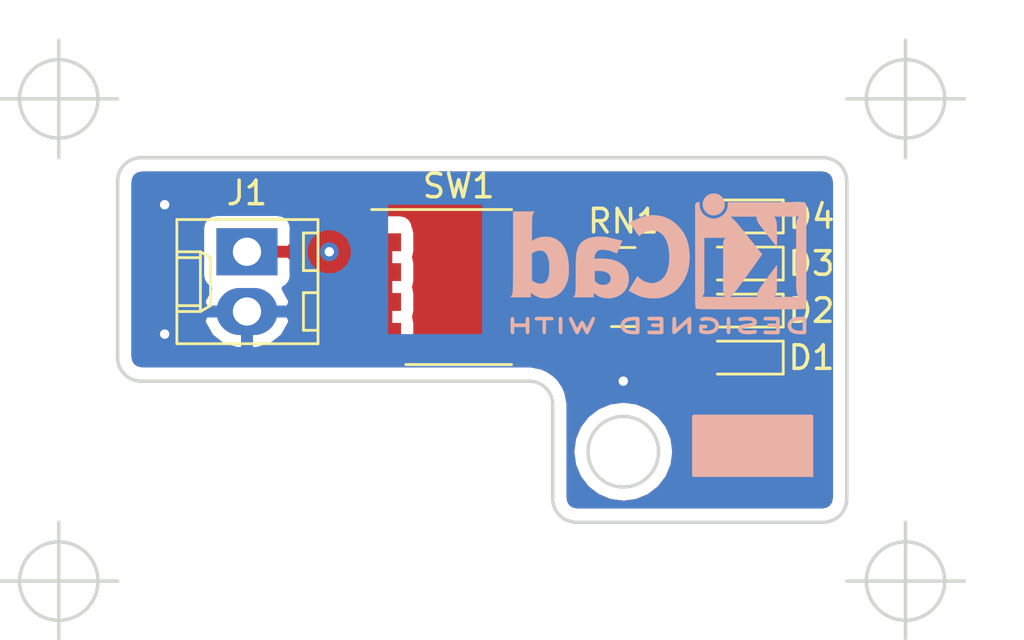
<source format=kicad_pcb>
(kicad_pcb (version 20171130) (host pcbnew "(4.0.0-rc2-4159-ga83669ab1-dirty)")

  (general
    (thickness 1.6)
    (drawings 21)
    (tracks 31)
    (zones 0)
    (modules 8)
    (nets 11)
  )

  (page A4)
  (title_block
    (title Testproject)
    (date 2018-03-03)
    (rev v0.1)
    (company "KiCad Project")
    (comment 1 "some comment :P")
  )

  (layers
    (0 F.Cu signal)
    (31 B.Cu signal)
    (32 B.Adhes user)
    (33 F.Adhes user)
    (34 B.Paste user)
    (35 F.Paste user)
    (36 B.SilkS user)
    (37 F.SilkS user)
    (38 B.Mask user)
    (39 F.Mask user)
    (40 Dwgs.User user)
    (41 Cmts.User user)
    (42 Eco1.User user)
    (43 Eco2.User user)
    (44 Edge.Cuts user)
    (45 Margin user)
    (46 B.CrtYd user)
    (47 F.CrtYd user)
    (48 B.Fab user)
    (49 F.Fab user)
  )

  (setup
    (last_trace_width 0.25)
    (trace_clearance 0.2)
    (zone_clearance 0.508)
    (zone_45_only no)
    (trace_min 0.2)
    (segment_width 0.2)
    (edge_width 0.15)
    (via_size 0.8)
    (via_drill 0.4)
    (via_min_size 0.4)
    (via_min_drill 0.3)
    (uvia_size 0.3)
    (uvia_drill 0.1)
    (uvias_allowed no)
    (uvia_min_size 0.2)
    (uvia_min_drill 0.1)
    (pcb_text_width 0.3)
    (pcb_text_size 1.5 1.5)
    (mod_edge_width 0.15)
    (mod_text_size 1 1)
    (mod_text_width 0.15)
    (pad_size 1.524 1.524)
    (pad_drill 0.762)
    (pad_to_mask_clearance 0.2)
    (aux_axis_origin 133.5 86.5)
    (grid_origin 133.5 86.5)
    (visible_elements FFFFFF7F)
    (pcbplotparams
      (layerselection 0x010fc_ffffffff)
      (usegerberextensions false)
      (usegerberattributes false)
      (usegerberadvancedattributes false)
      (creategerberjobfile false)
      (excludeedgelayer true)
      (linewidth 0.100000)
      (plotframeref false)
      (viasonmask false)
      (mode 1)
      (useauxorigin false)
      (hpglpennumber 1)
      (hpglpenspeed 20)
      (hpglpendiameter 15)
      (psnegative false)
      (psa4output false)
      (plotreference true)
      (plotvalue true)
      (plotinvisibletext false)
      (padsonsilk false)
      (subtractmaskfromsilk false)
      (outputformat 1)
      (mirror false)
      (drillshape 1)
      (scaleselection 1)
      (outputdirectory ""))
  )

  (net 0 "")
  (net 1 "Net-(RN1-Pad1)")
  (net 2 "Net-(RN1-Pad3)")
  (net 3 "Net-(RN1-Pad2)")
  (net 4 "Net-(RN1-Pad4)")
  (net 5 "Net-(D3-Pad2)")
  (net 6 "Net-(D4-Pad2)")
  (net 7 "Net-(D2-Pad2)")
  (net 8 "Net-(D1-Pad2)")
  (net 9 GND)
  (net 10 VDD)

  (net_class Default "This is the default net class."
    (clearance 0.2)
    (trace_width 0.25)
    (via_dia 0.8)
    (via_drill 0.4)
    (uvia_dia 0.3)
    (uvia_drill 0.1)
    (add_net GND)
    (add_net "Net-(D1-Pad2)")
    (add_net "Net-(D2-Pad2)")
    (add_net "Net-(D3-Pad2)")
    (add_net "Net-(D4-Pad2)")
    (add_net "Net-(RN1-Pad1)")
    (add_net "Net-(RN1-Pad2)")
    (add_net "Net-(RN1-Pad3)")
    (add_net "Net-(RN1-Pad4)")
    (add_net VDD)
  )

  (module Buttons_Switches_SMD:SW_DIP_x4_W6.15mm_Slide_Omron_A6H (layer F.Cu) (tedit 586545EC) (tstamp 5AA9DBED)
    (at 148 92)
    (descr "4x-dip-switch, Slide, row spacing 6.15 mm (242 mils), Omron_A6H")
    (tags "DIP Switch Slide 6.15mm 242mil Omron_A6H")
    (path /5A9B35E1)
    (attr smd)
    (fp_text reference SW1 (at 0 -4.295) (layer F.SilkS)
      (effects (font (size 1 1) (thickness 0.15)))
    )
    (fp_text value SW_DIP_x04 (at 0 4.295) (layer F.Fab)
      (effects (font (size 1 1) (thickness 0.15)))
    )
    (fp_line (start -1.25 -3.175) (end 2.25 -3.175) (layer F.Fab) (width 0.1))
    (fp_line (start 2.25 -3.175) (end 2.25 3.175) (layer F.Fab) (width 0.1))
    (fp_line (start 2.25 3.175) (end -2.25 3.175) (layer F.Fab) (width 0.1))
    (fp_line (start -2.25 3.175) (end -2.25 -2.175) (layer F.Fab) (width 0.1))
    (fp_line (start -2.25 -2.175) (end -1.25 -3.175) (layer F.Fab) (width 0.1))
    (fp_line (start -1.6 -2.155) (end -1.6 -1.655) (layer F.Fab) (width 0.1))
    (fp_line (start -1.6 -1.655) (end 1.6 -1.655) (layer F.Fab) (width 0.1))
    (fp_line (start 1.6 -1.655) (end 1.6 -2.155) (layer F.Fab) (width 0.1))
    (fp_line (start 1.6 -2.155) (end -1.6 -2.155) (layer F.Fab) (width 0.1))
    (fp_line (start 0 -2.155) (end 0 -1.655) (layer F.Fab) (width 0.1))
    (fp_line (start -1.6 -0.885) (end -1.6 -0.385) (layer F.Fab) (width 0.1))
    (fp_line (start -1.6 -0.385) (end 1.6 -0.385) (layer F.Fab) (width 0.1))
    (fp_line (start 1.6 -0.385) (end 1.6 -0.885) (layer F.Fab) (width 0.1))
    (fp_line (start 1.6 -0.885) (end -1.6 -0.885) (layer F.Fab) (width 0.1))
    (fp_line (start 0 -0.885) (end 0 -0.385) (layer F.Fab) (width 0.1))
    (fp_line (start -1.6 0.385) (end -1.6 0.885) (layer F.Fab) (width 0.1))
    (fp_line (start -1.6 0.885) (end 1.6 0.885) (layer F.Fab) (width 0.1))
    (fp_line (start 1.6 0.885) (end 1.6 0.385) (layer F.Fab) (width 0.1))
    (fp_line (start 1.6 0.385) (end -1.6 0.385) (layer F.Fab) (width 0.1))
    (fp_line (start 0 0.385) (end 0 0.885) (layer F.Fab) (width 0.1))
    (fp_line (start -1.6 1.655) (end -1.6 2.155) (layer F.Fab) (width 0.1))
    (fp_line (start -1.6 2.155) (end 1.6 2.155) (layer F.Fab) (width 0.1))
    (fp_line (start 1.6 2.155) (end 1.6 1.655) (layer F.Fab) (width 0.1))
    (fp_line (start 1.6 1.655) (end -1.6 1.655) (layer F.Fab) (width 0.1))
    (fp_line (start 0 1.655) (end 0 2.155) (layer F.Fab) (width 0.1))
    (fp_line (start -3.7 -3.295) (end 2.25 -3.295) (layer F.SilkS) (width 0.12))
    (fp_line (start -2.25 3.295) (end 2.25 3.295) (layer F.SilkS) (width 0.12))
    (fp_line (start -4 -3.6) (end -4 3.6) (layer F.CrtYd) (width 0.05))
    (fp_line (start -4 3.6) (end 4 3.6) (layer F.CrtYd) (width 0.05))
    (fp_line (start 4 3.6) (end 4 -3.6) (layer F.CrtYd) (width 0.05))
    (fp_line (start 4 -3.6) (end -4 -3.6) (layer F.CrtYd) (width 0.05))
    (pad 1 smd rect (at -3.075 -1.905) (size 1.25 0.76) (layers F.Cu F.Mask)
      (net 10 VDD))
    (pad 5 smd rect (at 3.075 1.905) (size 1.25 0.76) (layers F.Cu F.Mask)
      (net 4 "Net-(RN1-Pad4)"))
    (pad 2 smd rect (at -3.075 -0.635) (size 1.25 0.76) (layers F.Cu F.Mask)
      (net 10 VDD))
    (pad 6 smd rect (at 3.075 0.635) (size 1.25 0.76) (layers F.Cu F.Mask)
      (net 2 "Net-(RN1-Pad3)"))
    (pad 3 smd rect (at -3.075 0.635) (size 1.25 0.76) (layers F.Cu F.Mask)
      (net 10 VDD))
    (pad 7 smd rect (at 3.075 -0.635) (size 1.25 0.76) (layers F.Cu F.Mask)
      (net 3 "Net-(RN1-Pad2)"))
    (pad 4 smd rect (at -3.075 1.905) (size 1.25 0.76) (layers F.Cu F.Mask)
      (net 10 VDD))
    (pad 8 smd rect (at 3.075 -1.905) (size 1.25 0.76) (layers F.Cu F.Mask)
      (net 1 "Net-(RN1-Pad1)"))
    (model ${KISYS3DMOD}/Buttons_Switches_SMD.3dshapes/SW_DIP_x4_W6.15mm_Slide_Omron_A6H.wrl
      (at (xyz 0 0 0))
      (scale (xyz 1 1 1))
      (rotate (xyz 0 0 0))
    )
  )

  (module Connectors_Molex:Molex_KK-6410-02_02x2.54mm_Straight (layer F.Cu) (tedit 58EE6EE4) (tstamp 5AA9BE13)
    (at 139 90.5 270)
    (descr "Connector Headers with Friction Lock, 22-27-2021, http://www.molex.com/pdm_docs/sd/022272021_sd.pdf")
    (tags "connector molex kk_6410 22-27-2021")
    (path /5A9B0CE2)
    (fp_text reference J1 (at -2.5 0) (layer F.SilkS)
      (effects (font (size 1 1) (thickness 0.15)))
    )
    (fp_text value Conn_01x02 (at -2.5 0) (layer F.Fab)
      (effects (font (size 1 1) (thickness 0.15)))
    )
    (fp_line (start -1.47 -3.12) (end -1.47 3.08) (layer F.Fab) (width 0.12))
    (fp_line (start -1.47 3.08) (end 4.01 3.08) (layer F.Fab) (width 0.12))
    (fp_line (start 4.01 3.08) (end 4.01 -3.12) (layer F.Fab) (width 0.12))
    (fp_line (start 4.01 -3.12) (end -1.47 -3.12) (layer F.Fab) (width 0.12))
    (fp_line (start -1.37 -3.02) (end -1.37 2.98) (layer F.SilkS) (width 0.12))
    (fp_line (start -1.37 2.98) (end 3.91 2.98) (layer F.SilkS) (width 0.12))
    (fp_line (start 3.91 2.98) (end 3.91 -3.02) (layer F.SilkS) (width 0.12))
    (fp_line (start 3.91 -3.02) (end -1.37 -3.02) (layer F.SilkS) (width 0.12))
    (fp_line (start 0 2.98) (end 0 1.98) (layer F.SilkS) (width 0.12))
    (fp_line (start 0 1.98) (end 2.54 1.98) (layer F.SilkS) (width 0.12))
    (fp_line (start 2.54 1.98) (end 2.54 2.98) (layer F.SilkS) (width 0.12))
    (fp_line (start 0 1.98) (end 0.25 1.55) (layer F.SilkS) (width 0.12))
    (fp_line (start 0.25 1.55) (end 2.29 1.55) (layer F.SilkS) (width 0.12))
    (fp_line (start 2.29 1.55) (end 2.54 1.98) (layer F.SilkS) (width 0.12))
    (fp_line (start 0.25 2.98) (end 0.25 1.98) (layer F.SilkS) (width 0.12))
    (fp_line (start 2.29 2.98) (end 2.29 1.98) (layer F.SilkS) (width 0.12))
    (fp_line (start -0.8 -3.02) (end -0.8 -2.4) (layer F.SilkS) (width 0.12))
    (fp_line (start -0.8 -2.4) (end 0.8 -2.4) (layer F.SilkS) (width 0.12))
    (fp_line (start 0.8 -2.4) (end 0.8 -3.02) (layer F.SilkS) (width 0.12))
    (fp_line (start 1.74 -3.02) (end 1.74 -2.4) (layer F.SilkS) (width 0.12))
    (fp_line (start 1.74 -2.4) (end 3.34 -2.4) (layer F.SilkS) (width 0.12))
    (fp_line (start 3.34 -2.4) (end 3.34 -3.02) (layer F.SilkS) (width 0.12))
    (fp_line (start -1.9 3.5) (end -1.9 -3.55) (layer F.CrtYd) (width 0.05))
    (fp_line (start -1.9 -3.55) (end 4.45 -3.55) (layer F.CrtYd) (width 0.05))
    (fp_line (start 4.45 -3.55) (end 4.45 3.5) (layer F.CrtYd) (width 0.05))
    (fp_line (start 4.45 3.5) (end -1.9 3.5) (layer F.CrtYd) (width 0.05))
    (fp_text user %R (at 1.27 0 270) (layer F.Fab)
      (effects (font (size 1 1) (thickness 0.15)))
    )
    (pad 1 thru_hole rect (at 0 0 270) (size 2 2.6) (drill 1.2) (layers *.Cu *.Mask)
      (net 10 VDD))
    (pad 2 thru_hole oval (at 2.54 0 270) (size 2 2.6) (drill 1.2) (layers *.Cu *.Mask)
      (net 9 GND))
    (model ${KISYS3DMOD}/Connectors_Molex.3dshapes/Molex_KK-6410-02_02x2.54mm_Straight.wrl
      (at (xyz 0 0 0))
      (scale (xyz 1 1 1))
      (rotate (xyz 0 0 0))
    )
  )

  (module LEDs:LED_0805 (layer F.Cu) (tedit 57FE93EC) (tstamp 5AA9C202)
    (at 160 89 180)
    (descr "LED 0805 smd package")
    (tags "LED led 0805 SMD smd SMT smt smdled SMDLED smtled SMTLED")
    (path /5A9AE595)
    (attr smd)
    (fp_text reference D4 (at -3 0 180) (layer F.SilkS)
      (effects (font (size 1 1) (thickness 0.15)))
    )
    (fp_text value LED (at -3 0 180) (layer F.Fab)
      (effects (font (size 1 1) (thickness 0.15)))
    )
    (fp_line (start -1.95 -0.85) (end 1.95 -0.85) (layer F.CrtYd) (width 0.05))
    (fp_line (start -1.95 0.85) (end -1.95 -0.85) (layer F.CrtYd) (width 0.05))
    (fp_line (start 1.95 0.85) (end -1.95 0.85) (layer F.CrtYd) (width 0.05))
    (fp_line (start 1.95 -0.85) (end 1.95 0.85) (layer F.CrtYd) (width 0.05))
    (fp_line (start -1.8 -0.7) (end 1 -0.7) (layer F.SilkS) (width 0.12))
    (fp_line (start -1.8 0.7) (end 1 0.7) (layer F.SilkS) (width 0.12))
    (fp_line (start -1 0.6) (end -1 -0.6) (layer F.Fab) (width 0.1))
    (fp_line (start -1 -0.6) (end 1 -0.6) (layer F.Fab) (width 0.1))
    (fp_line (start 1 -0.6) (end 1 0.6) (layer F.Fab) (width 0.1))
    (fp_line (start 1 0.6) (end -1 0.6) (layer F.Fab) (width 0.1))
    (fp_line (start 0.2 -0.4) (end 0.2 0.4) (layer F.Fab) (width 0.1))
    (fp_line (start 0.2 0.4) (end -0.4 0) (layer F.Fab) (width 0.1))
    (fp_line (start -0.4 0) (end 0.2 -0.4) (layer F.Fab) (width 0.1))
    (fp_line (start -0.4 -0.4) (end -0.4 0.4) (layer F.Fab) (width 0.1))
    (fp_line (start -1.8 -0.7) (end -1.8 0.7) (layer F.SilkS) (width 0.12))
    (pad 1 smd rect (at -1.1 0) (size 1.2 1.2) (layers F.Cu F.Paste F.Mask)
      (net 9 GND))
    (pad 2 smd rect (at 1.1 0) (size 1.2 1.2) (layers F.Cu F.Paste F.Mask)
      (net 6 "Net-(D4-Pad2)"))
    (model ${KISYS3DMOD}/LEDs.3dshapes/LED_0805.wrl
      (at (xyz 0 0 0))
      (scale (xyz 1 1 1))
      (rotate (xyz 0 0 180))
    )
  )

  (module LEDs:LED_0805 (layer F.Cu) (tedit 57FE93EC) (tstamp 5AA9BDDD)
    (at 160 91 180)
    (descr "LED 0805 smd package")
    (tags "LED led 0805 SMD smd SMT smt smdled SMDLED smtled SMTLED")
    (path /5A9ADEDD)
    (attr smd)
    (fp_text reference D3 (at -3 0 180) (layer F.SilkS)
      (effects (font (size 1 1) (thickness 0.15)))
    )
    (fp_text value LED (at -3 0 180) (layer F.Fab)
      (effects (font (size 1 1) (thickness 0.15)))
    )
    (fp_line (start -1.8 -0.7) (end -1.8 0.7) (layer F.SilkS) (width 0.12))
    (fp_line (start -0.4 -0.4) (end -0.4 0.4) (layer F.Fab) (width 0.1))
    (fp_line (start -0.4 0) (end 0.2 -0.4) (layer F.Fab) (width 0.1))
    (fp_line (start 0.2 0.4) (end -0.4 0) (layer F.Fab) (width 0.1))
    (fp_line (start 0.2 -0.4) (end 0.2 0.4) (layer F.Fab) (width 0.1))
    (fp_line (start 1 0.6) (end -1 0.6) (layer F.Fab) (width 0.1))
    (fp_line (start 1 -0.6) (end 1 0.6) (layer F.Fab) (width 0.1))
    (fp_line (start -1 -0.6) (end 1 -0.6) (layer F.Fab) (width 0.1))
    (fp_line (start -1 0.6) (end -1 -0.6) (layer F.Fab) (width 0.1))
    (fp_line (start -1.8 0.7) (end 1 0.7) (layer F.SilkS) (width 0.12))
    (fp_line (start -1.8 -0.7) (end 1 -0.7) (layer F.SilkS) (width 0.12))
    (fp_line (start 1.95 -0.85) (end 1.95 0.85) (layer F.CrtYd) (width 0.05))
    (fp_line (start 1.95 0.85) (end -1.95 0.85) (layer F.CrtYd) (width 0.05))
    (fp_line (start -1.95 0.85) (end -1.95 -0.85) (layer F.CrtYd) (width 0.05))
    (fp_line (start -1.95 -0.85) (end 1.95 -0.85) (layer F.CrtYd) (width 0.05))
    (pad 2 smd rect (at 1.1 0) (size 1.2 1.2) (layers F.Cu F.Paste F.Mask)
      (net 5 "Net-(D3-Pad2)"))
    (pad 1 smd rect (at -1.1 0) (size 1.2 1.2) (layers F.Cu F.Paste F.Mask)
      (net 9 GND))
    (model ${KISYS3DMOD}/LEDs.3dshapes/LED_0805.wrl
      (at (xyz 0 0 0))
      (scale (xyz 1 1 1))
      (rotate (xyz 0 0 180))
    )
  )

  (module LEDs:LED_0805 (layer F.Cu) (tedit 57FE93EC) (tstamp 5AA9BDC8)
    (at 160 93 180)
    (descr "LED 0805 smd package")
    (tags "LED led 0805 SMD smd SMT smt smdled SMDLED smtled SMTLED")
    (path /5A9ADEBF)
    (attr smd)
    (fp_text reference D2 (at -3 0 180) (layer F.SilkS)
      (effects (font (size 1 1) (thickness 0.15)))
    )
    (fp_text value LED (at -3 0 180) (layer F.Fab)
      (effects (font (size 1 1) (thickness 0.15)))
    )
    (fp_line (start -1.95 -0.85) (end 1.95 -0.85) (layer F.CrtYd) (width 0.05))
    (fp_line (start -1.95 0.85) (end -1.95 -0.85) (layer F.CrtYd) (width 0.05))
    (fp_line (start 1.95 0.85) (end -1.95 0.85) (layer F.CrtYd) (width 0.05))
    (fp_line (start 1.95 -0.85) (end 1.95 0.85) (layer F.CrtYd) (width 0.05))
    (fp_line (start -1.8 -0.7) (end 1 -0.7) (layer F.SilkS) (width 0.12))
    (fp_line (start -1.8 0.7) (end 1 0.7) (layer F.SilkS) (width 0.12))
    (fp_line (start -1 0.6) (end -1 -0.6) (layer F.Fab) (width 0.1))
    (fp_line (start -1 -0.6) (end 1 -0.6) (layer F.Fab) (width 0.1))
    (fp_line (start 1 -0.6) (end 1 0.6) (layer F.Fab) (width 0.1))
    (fp_line (start 1 0.6) (end -1 0.6) (layer F.Fab) (width 0.1))
    (fp_line (start 0.2 -0.4) (end 0.2 0.4) (layer F.Fab) (width 0.1))
    (fp_line (start 0.2 0.4) (end -0.4 0) (layer F.Fab) (width 0.1))
    (fp_line (start -0.4 0) (end 0.2 -0.4) (layer F.Fab) (width 0.1))
    (fp_line (start -0.4 -0.4) (end -0.4 0.4) (layer F.Fab) (width 0.1))
    (fp_line (start -1.8 -0.7) (end -1.8 0.7) (layer F.SilkS) (width 0.12))
    (pad 1 smd rect (at -1.1 0) (size 1.2 1.2) (layers F.Cu F.Paste F.Mask)
      (net 9 GND))
    (pad 2 smd rect (at 1.1 0) (size 1.2 1.2) (layers F.Cu F.Paste F.Mask)
      (net 7 "Net-(D2-Pad2)"))
    (model ${KISYS3DMOD}/LEDs.3dshapes/LED_0805.wrl
      (at (xyz 0 0 0))
      (scale (xyz 1 1 1))
      (rotate (xyz 0 0 180))
    )
  )

  (module LEDs:LED_0805 (layer F.Cu) (tedit 57FE93EC) (tstamp 5AA9BDB3)
    (at 160 95 180)
    (descr "LED 0805 smd package")
    (tags "LED led 0805 SMD smd SMT smt smdled SMDLED smtled SMTLED")
    (path /5A9ADD59)
    (attr smd)
    (fp_text reference D1 (at -3 0 180) (layer F.SilkS)
      (effects (font (size 1 1) (thickness 0.15)))
    )
    (fp_text value LED (at -3 0 180) (layer F.Fab)
      (effects (font (size 1 1) (thickness 0.15)))
    )
    (fp_line (start -1.8 -0.7) (end -1.8 0.7) (layer F.SilkS) (width 0.12))
    (fp_line (start -0.4 -0.4) (end -0.4 0.4) (layer F.Fab) (width 0.1))
    (fp_line (start -0.4 0) (end 0.2 -0.4) (layer F.Fab) (width 0.1))
    (fp_line (start 0.2 0.4) (end -0.4 0) (layer F.Fab) (width 0.1))
    (fp_line (start 0.2 -0.4) (end 0.2 0.4) (layer F.Fab) (width 0.1))
    (fp_line (start 1 0.6) (end -1 0.6) (layer F.Fab) (width 0.1))
    (fp_line (start 1 -0.6) (end 1 0.6) (layer F.Fab) (width 0.1))
    (fp_line (start -1 -0.6) (end 1 -0.6) (layer F.Fab) (width 0.1))
    (fp_line (start -1 0.6) (end -1 -0.6) (layer F.Fab) (width 0.1))
    (fp_line (start -1.8 0.7) (end 1 0.7) (layer F.SilkS) (width 0.12))
    (fp_line (start -1.8 -0.7) (end 1 -0.7) (layer F.SilkS) (width 0.12))
    (fp_line (start 1.95 -0.85) (end 1.95 0.85) (layer F.CrtYd) (width 0.05))
    (fp_line (start 1.95 0.85) (end -1.95 0.85) (layer F.CrtYd) (width 0.05))
    (fp_line (start -1.95 0.85) (end -1.95 -0.85) (layer F.CrtYd) (width 0.05))
    (fp_line (start -1.95 -0.85) (end 1.95 -0.85) (layer F.CrtYd) (width 0.05))
    (pad 2 smd rect (at 1.1 0) (size 1.2 1.2) (layers F.Cu F.Paste F.Mask)
      (net 8 "Net-(D1-Pad2)"))
    (pad 1 smd rect (at -1.1 0) (size 1.2 1.2) (layers F.Cu F.Paste F.Mask)
      (net 9 GND))
    (model ${KISYS3DMOD}/LEDs.3dshapes/LED_0805.wrl
      (at (xyz 0 0 0))
      (scale (xyz 1 1 1))
      (rotate (xyz 0 0 180))
    )
  )

  (module Resistors_SMD:R_Array_Convex_4x0603 (layer F.Cu) (tedit 58E0A8B2) (tstamp 5AA9C028)
    (at 155 92)
    (descr "Chip Resistor Network, ROHM MNR14 (see mnr_g.pdf)")
    (tags "resistor array")
    (path /5A9AF3CE)
    (attr smd)
    (fp_text reference RN1 (at 0 -2.8) (layer F.SilkS)
      (effects (font (size 1 1) (thickness 0.15)))
    )
    (fp_text value R_Pack04 (at 0 -2.5 180) (layer F.Fab)
      (effects (font (size 1 1) (thickness 0.15)))
    )
    (fp_text user %R (at 0 0 90) (layer F.Fab)
      (effects (font (size 0.5 0.5) (thickness 0.075)))
    )
    (fp_line (start -0.8 -1.6) (end 0.8 -1.6) (layer F.Fab) (width 0.1))
    (fp_line (start 0.8 -1.6) (end 0.8 1.6) (layer F.Fab) (width 0.1))
    (fp_line (start 0.8 1.6) (end -0.8 1.6) (layer F.Fab) (width 0.1))
    (fp_line (start -0.8 1.6) (end -0.8 -1.6) (layer F.Fab) (width 0.1))
    (fp_line (start 0.5 1.68) (end -0.5 1.68) (layer F.SilkS) (width 0.12))
    (fp_line (start 0.5 -1.68) (end -0.5 -1.68) (layer F.SilkS) (width 0.12))
    (fp_line (start -1.55 -1.85) (end 1.55 -1.85) (layer F.CrtYd) (width 0.05))
    (fp_line (start -1.55 -1.85) (end -1.55 1.85) (layer F.CrtYd) (width 0.05))
    (fp_line (start 1.55 1.85) (end 1.55 -1.85) (layer F.CrtYd) (width 0.05))
    (fp_line (start 1.55 1.85) (end -1.55 1.85) (layer F.CrtYd) (width 0.05))
    (pad 1 smd rect (at -0.9 -1.2) (size 0.8 0.5) (layers F.Cu F.Paste F.Mask)
      (net 1 "Net-(RN1-Pad1)"))
    (pad 3 smd rect (at -0.9 0.4) (size 0.8 0.4) (layers F.Cu F.Paste F.Mask)
      (net 2 "Net-(RN1-Pad3)"))
    (pad 2 smd rect (at -0.9 -0.4) (size 0.8 0.4) (layers F.Cu F.Paste F.Mask)
      (net 3 "Net-(RN1-Pad2)"))
    (pad 4 smd rect (at -0.9 1.2) (size 0.8 0.5) (layers F.Cu F.Paste F.Mask)
      (net 4 "Net-(RN1-Pad4)"))
    (pad 7 smd rect (at 0.9 -0.4) (size 0.8 0.4) (layers F.Cu F.Paste F.Mask)
      (net 5 "Net-(D3-Pad2)"))
    (pad 8 smd rect (at 0.9 -1.2) (size 0.8 0.5) (layers F.Cu F.Paste F.Mask)
      (net 6 "Net-(D4-Pad2)"))
    (pad 6 smd rect (at 0.9 0.4) (size 0.8 0.4) (layers F.Cu F.Paste F.Mask)
      (net 7 "Net-(D2-Pad2)"))
    (pad 5 smd rect (at 0.9 1.2) (size 0.8 0.5) (layers F.Cu F.Paste F.Mask)
      (net 8 "Net-(D1-Pad2)"))
    (model ${KISYS3DMOD}/Resistors_SMD.3dshapes/R_Array_Convex_4x0603.wrl
      (at (xyz 0 0 0))
      (scale (xyz 1 1 1))
      (rotate (xyz 0 0 0))
    )
  )

  (module Symbols:KiCad-Logo2_6mm_SilkScreen locked (layer B.Cu) (tedit 0) (tstamp 5AA9D8DB)
    (at 156.5 91 180)
    (descr "KiCad Logo")
    (tags "Logo KiCad")
    (attr virtual)
    (fp_text reference REF*** (at 0 0 180) (layer B.SilkS) hide
      (effects (font (size 1 1) (thickness 0.15)) (justify mirror))
    )
    (fp_text value KiCad-Logo2_6mm_SilkScreen (at 0.75 0 180) (layer B.Fab) hide
      (effects (font (size 1 1) (thickness 0.15)) (justify mirror))
    )
    (fp_poly (pts (xy -2.273043 2.973429) (xy -2.176768 2.949191) (xy -2.090184 2.906359) (xy -2.015373 2.846581)
      (xy -1.954418 2.771506) (xy -1.909399 2.68278) (xy -1.883136 2.58647) (xy -1.877286 2.489205)
      (xy -1.89214 2.395346) (xy -1.92584 2.307489) (xy -1.976528 2.22823) (xy -2.042345 2.160164)
      (xy -2.121434 2.105888) (xy -2.211934 2.067998) (xy -2.2632 2.055574) (xy -2.307698 2.048053)
      (xy -2.341999 2.045081) (xy -2.37496 2.046906) (xy -2.415434 2.053775) (xy -2.448531 2.06075)
      (xy -2.541947 2.092259) (xy -2.625619 2.143383) (xy -2.697665 2.212571) (xy -2.7562 2.298272)
      (xy -2.770148 2.325511) (xy -2.786586 2.361878) (xy -2.796894 2.392418) (xy -2.80246 2.42455)
      (xy -2.804669 2.465693) (xy -2.804948 2.511778) (xy -2.800861 2.596135) (xy -2.787446 2.665414)
      (xy -2.762256 2.726039) (xy -2.722846 2.784433) (xy -2.684298 2.828698) (xy -2.612406 2.894516)
      (xy -2.537313 2.939947) (xy -2.454562 2.96715) (xy -2.376928 2.977424) (xy -2.273043 2.973429)) (layer B.SilkS) (width 0.01))
    (fp_poly (pts (xy 6.186507 0.527755) (xy 6.186526 0.293338) (xy 6.186552 0.080397) (xy 6.186625 -0.112168)
      (xy 6.186782 -0.285459) (xy 6.187064 -0.440576) (xy 6.187509 -0.57862) (xy 6.188156 -0.700692)
      (xy 6.189045 -0.807894) (xy 6.190213 -0.901326) (xy 6.191701 -0.98209) (xy 6.193546 -1.051286)
      (xy 6.195789 -1.110015) (xy 6.198469 -1.159379) (xy 6.201623 -1.200478) (xy 6.205292 -1.234413)
      (xy 6.209513 -1.262286) (xy 6.214327 -1.285198) (xy 6.219773 -1.304249) (xy 6.225888 -1.32054)
      (xy 6.232712 -1.335173) (xy 6.240285 -1.349249) (xy 6.248645 -1.363868) (xy 6.253839 -1.372974)
      (xy 6.288104 -1.433689) (xy 5.429955 -1.433689) (xy 5.429955 -1.337733) (xy 5.429224 -1.29437)
      (xy 5.427272 -1.261205) (xy 5.424463 -1.243424) (xy 5.423221 -1.241778) (xy 5.411799 -1.248662)
      (xy 5.389084 -1.266505) (xy 5.366385 -1.285879) (xy 5.3118 -1.326614) (xy 5.242321 -1.367617)
      (xy 5.16527 -1.405123) (xy 5.087965 -1.435364) (xy 5.057113 -1.445012) (xy 4.988616 -1.459578)
      (xy 4.905764 -1.469539) (xy 4.816371 -1.474583) (xy 4.728248 -1.474396) (xy 4.649207 -1.468666)
      (xy 4.611511 -1.462858) (xy 4.473414 -1.424797) (xy 4.346113 -1.367073) (xy 4.230292 -1.290211)
      (xy 4.126637 -1.194739) (xy 4.035833 -1.081179) (xy 3.969031 -0.970381) (xy 3.914164 -0.853625)
      (xy 3.872163 -0.734276) (xy 3.842167 -0.608283) (xy 3.823311 -0.471594) (xy 3.814732 -0.320158)
      (xy 3.814006 -0.242711) (xy 3.8161 -0.185934) (xy 4.645217 -0.185934) (xy 4.645424 -0.279002)
      (xy 4.648337 -0.366692) (xy 4.654 -0.443772) (xy 4.662455 -0.505009) (xy 4.665038 -0.51735)
      (xy 4.69684 -0.624633) (xy 4.738498 -0.711658) (xy 4.790363 -0.778642) (xy 4.852781 -0.825805)
      (xy 4.9261 -0.853365) (xy 5.010669 -0.861541) (xy 5.106835 -0.850551) (xy 5.170311 -0.834829)
      (xy 5.219454 -0.816639) (xy 5.273583 -0.790791) (xy 5.314244 -0.767089) (xy 5.3848 -0.720721)
      (xy 5.3848 0.42947) (xy 5.317392 0.473038) (xy 5.238867 0.51396) (xy 5.154681 0.540611)
      (xy 5.069557 0.552535) (xy 4.988216 0.549278) (xy 4.91538 0.530385) (xy 4.883426 0.514816)
      (xy 4.825501 0.471819) (xy 4.776544 0.415047) (xy 4.73539 0.342425) (xy 4.700874 0.251879)
      (xy 4.671833 0.141334) (xy 4.670552 0.135467) (xy 4.660381 0.073212) (xy 4.652739 -0.004594)
      (xy 4.64767 -0.09272) (xy 4.645217 -0.185934) (xy 3.8161 -0.185934) (xy 3.821857 -0.029895)
      (xy 3.843802 0.165941) (xy 3.879786 0.344668) (xy 3.929759 0.506155) (xy 3.993668 0.650274)
      (xy 4.071462 0.776894) (xy 4.163089 0.885885) (xy 4.268497 0.977117) (xy 4.313662 1.008068)
      (xy 4.414611 1.064215) (xy 4.517901 1.103826) (xy 4.627989 1.127986) (xy 4.74933 1.137781)
      (xy 4.841836 1.136735) (xy 4.97149 1.125769) (xy 5.084084 1.103954) (xy 5.182875 1.070286)
      (xy 5.271121 1.023764) (xy 5.319986 0.989552) (xy 5.349353 0.967638) (xy 5.371043 0.952667)
      (xy 5.379253 0.948267) (xy 5.380868 0.959096) (xy 5.382159 0.989749) (xy 5.383138 1.037474)
      (xy 5.383817 1.099521) (xy 5.38421 1.173138) (xy 5.38433 1.255573) (xy 5.384188 1.344075)
      (xy 5.383797 1.435893) (xy 5.383171 1.528276) (xy 5.38232 1.618472) (xy 5.38126 1.703729)
      (xy 5.380001 1.781297) (xy 5.378556 1.848424) (xy 5.376938 1.902359) (xy 5.375161 1.94035)
      (xy 5.374669 1.947333) (xy 5.367092 2.017749) (xy 5.355531 2.072898) (xy 5.337792 2.120019)
      (xy 5.311682 2.166353) (xy 5.305415 2.175933) (xy 5.280983 2.212622) (xy 6.186311 2.212622)
      (xy 6.186507 0.527755)) (layer B.SilkS) (width 0.01))
    (fp_poly (pts (xy 2.673574 1.133448) (xy 2.825492 1.113433) (xy 2.960756 1.079798) (xy 3.080239 1.032275)
      (xy 3.184815 0.970595) (xy 3.262424 0.907035) (xy 3.331265 0.832901) (xy 3.385006 0.753129)
      (xy 3.42791 0.660909) (xy 3.443384 0.617839) (xy 3.456244 0.578858) (xy 3.467446 0.542711)
      (xy 3.47712 0.507566) (xy 3.485396 0.47159) (xy 3.492403 0.43295) (xy 3.498272 0.389815)
      (xy 3.503131 0.340351) (xy 3.50711 0.282727) (xy 3.51034 0.215109) (xy 3.512949 0.135666)
      (xy 3.515067 0.042564) (xy 3.516824 -0.066027) (xy 3.518349 -0.191942) (xy 3.519772 -0.337012)
      (xy 3.521025 -0.479778) (xy 3.522351 -0.635968) (xy 3.523556 -0.771239) (xy 3.524766 -0.887246)
      (xy 3.526106 -0.985645) (xy 3.5277 -1.068093) (xy 3.529675 -1.136246) (xy 3.532156 -1.19176)
      (xy 3.535269 -1.236292) (xy 3.539138 -1.271498) (xy 3.543889 -1.299034) (xy 3.549648 -1.320556)
      (xy 3.556539 -1.337722) (xy 3.564689 -1.352186) (xy 3.574223 -1.365606) (xy 3.585266 -1.379638)
      (xy 3.589566 -1.385071) (xy 3.605386 -1.40791) (xy 3.612422 -1.423463) (xy 3.612444 -1.423922)
      (xy 3.601567 -1.426121) (xy 3.570582 -1.428147) (xy 3.521957 -1.429942) (xy 3.458163 -1.431451)
      (xy 3.381669 -1.432616) (xy 3.294944 -1.43338) (xy 3.200457 -1.433686) (xy 3.18955 -1.433689)
      (xy 2.766657 -1.433689) (xy 2.763395 -1.337622) (xy 2.760133 -1.241556) (xy 2.698044 -1.292543)
      (xy 2.600714 -1.360057) (xy 2.490813 -1.414749) (xy 2.404349 -1.444978) (xy 2.335278 -1.459666)
      (xy 2.251925 -1.469659) (xy 2.162159 -1.474646) (xy 2.073845 -1.474313) (xy 1.994851 -1.468351)
      (xy 1.958622 -1.462638) (xy 1.818603 -1.424776) (xy 1.692178 -1.369932) (xy 1.58026 -1.298924)
      (xy 1.483762 -1.212568) (xy 1.4036 -1.111679) (xy 1.340687 -0.997076) (xy 1.296312 -0.870984)
      (xy 1.283978 -0.814401) (xy 1.276368 -0.752202) (xy 1.272739 -0.677363) (xy 1.272245 -0.643467)
      (xy 1.27231 -0.640282) (xy 2.032248 -0.640282) (xy 2.041541 -0.715333) (xy 2.069728 -0.77916)
      (xy 2.118197 -0.834798) (xy 2.123254 -0.839211) (xy 2.171548 -0.874037) (xy 2.223257 -0.89662)
      (xy 2.283989 -0.90854) (xy 2.359352 -0.911383) (xy 2.377459 -0.910978) (xy 2.431278 -0.908325)
      (xy 2.471308 -0.902909) (xy 2.506324 -0.892745) (xy 2.545103 -0.87585) (xy 2.555745 -0.870672)
      (xy 2.616396 -0.834844) (xy 2.663215 -0.792212) (xy 2.675952 -0.776973) (xy 2.720622 -0.720462)
      (xy 2.720622 -0.524586) (xy 2.720086 -0.445939) (xy 2.718396 -0.387988) (xy 2.715428 -0.348875)
      (xy 2.711057 -0.326741) (xy 2.706972 -0.320274) (xy 2.691047 -0.317111) (xy 2.657264 -0.314488)
      (xy 2.61034 -0.312655) (xy 2.554993 -0.311857) (xy 2.546106 -0.311842) (xy 2.42533 -0.317096)
      (xy 2.32266 -0.333263) (xy 2.236106 -0.360961) (xy 2.163681 -0.400808) (xy 2.108751 -0.447758)
      (xy 2.064204 -0.505645) (xy 2.03948 -0.568693) (xy 2.032248 -0.640282) (xy 1.27231 -0.640282)
      (xy 1.274178 -0.549712) (xy 1.282522 -0.470812) (xy 1.298768 -0.39959) (xy 1.324405 -0.328864)
      (xy 1.348401 -0.276493) (xy 1.40702 -0.181196) (xy 1.485117 -0.09317) (xy 1.580315 -0.014017)
      (xy 1.690238 0.05466) (xy 1.81251 0.111259) (xy 1.944755 0.154179) (xy 2.009422 0.169118)
      (xy 2.145604 0.191223) (xy 2.294049 0.205806) (xy 2.445505 0.212187) (xy 2.572064 0.210555)
      (xy 2.73395 0.203776) (xy 2.72653 0.262755) (xy 2.707238 0.361908) (xy 2.676104 0.442628)
      (xy 2.632269 0.505534) (xy 2.574871 0.551244) (xy 2.503048 0.580378) (xy 2.415941 0.593553)
      (xy 2.312686 0.591389) (xy 2.274711 0.587388) (xy 2.13352 0.56222) (xy 1.996707 0.521186)
      (xy 1.902178 0.483185) (xy 1.857018 0.46381) (xy 1.818585 0.44824) (xy 1.792234 0.438595)
      (xy 1.784546 0.436548) (xy 1.774802 0.445626) (xy 1.758083 0.474595) (xy 1.734232 0.523783)
      (xy 1.703093 0.593516) (xy 1.664507 0.684121) (xy 1.65791 0.699911) (xy 1.627853 0.772228)
      (xy 1.600874 0.837575) (xy 1.578136 0.893094) (xy 1.560806 0.935928) (xy 1.550048 0.963219)
      (xy 1.546941 0.972058) (xy 1.55694 0.976813) (xy 1.583217 0.98209) (xy 1.611489 0.985769)
      (xy 1.641646 0.990526) (xy 1.689433 0.999972) (xy 1.750612 1.01318) (xy 1.820946 1.029224)
      (xy 1.896194 1.04718) (xy 1.924755 1.054203) (xy 2.029816 1.079791) (xy 2.11748 1.099853)
      (xy 2.192068 1.115031) (xy 2.257903 1.125965) (xy 2.319307 1.133296) (xy 2.380602 1.137665)
      (xy 2.44611 1.139713) (xy 2.504128 1.140111) (xy 2.673574 1.133448)) (layer B.SilkS) (width 0.01))
    (fp_poly (pts (xy 0.328429 2.050929) (xy 0.48857 2.029755) (xy 0.65251 1.989615) (xy 0.822313 1.930111)
      (xy 1.000043 1.850846) (xy 1.01131 1.845301) (xy 1.069005 1.817275) (xy 1.120552 1.793198)
      (xy 1.162191 1.774751) (xy 1.190162 1.763614) (xy 1.199733 1.761067) (xy 1.21895 1.756059)
      (xy 1.223561 1.751853) (xy 1.218458 1.74142) (xy 1.202418 1.715132) (xy 1.177288 1.675743)
      (xy 1.144914 1.626009) (xy 1.107143 1.568685) (xy 1.065822 1.506524) (xy 1.022798 1.442282)
      (xy 0.979917 1.378715) (xy 0.939026 1.318575) (xy 0.901971 1.26462) (xy 0.8706 1.219603)
      (xy 0.846759 1.186279) (xy 0.832294 1.167403) (xy 0.830309 1.165213) (xy 0.820191 1.169862)
      (xy 0.79785 1.187038) (xy 0.76728 1.21356) (xy 0.751536 1.228036) (xy 0.655047 1.303318)
      (xy 0.548336 1.358759) (xy 0.432832 1.393859) (xy 0.309962 1.40812) (xy 0.240561 1.406949)
      (xy 0.119423 1.389788) (xy 0.010205 1.353906) (xy -0.087418 1.299041) (xy -0.173772 1.22493)
      (xy -0.249185 1.131312) (xy -0.313982 1.017924) (xy -0.351399 0.931333) (xy -0.395252 0.795634)
      (xy -0.427572 0.64815) (xy -0.448443 0.492686) (xy -0.457949 0.333044) (xy -0.456173 0.173027)
      (xy -0.443197 0.016439) (xy -0.419106 -0.132918) (xy -0.383982 -0.27124) (xy -0.337908 -0.394724)
      (xy -0.321627 -0.428978) (xy -0.25338 -0.543064) (xy -0.172921 -0.639557) (xy -0.08143 -0.71767)
      (xy 0.019911 -0.776617) (xy 0.12992 -0.815612) (xy 0.247415 -0.833868) (xy 0.288883 -0.835211)
      (xy 0.410441 -0.82429) (xy 0.530878 -0.791474) (xy 0.648666 -0.737439) (xy 0.762277 -0.662865)
      (xy 0.853685 -0.584539) (xy 0.900215 -0.540008) (xy 1.081483 -0.837271) (xy 1.12658 -0.911433)
      (xy 1.167819 -0.979646) (xy 1.203735 -1.039459) (xy 1.232866 -1.08842) (xy 1.25375 -1.124079)
      (xy 1.264924 -1.143984) (xy 1.266375 -1.147079) (xy 1.258146 -1.156718) (xy 1.232567 -1.173999)
      (xy 1.192873 -1.197283) (xy 1.142297 -1.224934) (xy 1.084074 -1.255315) (xy 1.021437 -1.28679)
      (xy 0.957621 -1.317722) (xy 0.89586 -1.346473) (xy 0.839388 -1.371408) (xy 0.791438 -1.390889)
      (xy 0.767986 -1.399318) (xy 0.634221 -1.437133) (xy 0.496327 -1.462136) (xy 0.348622 -1.47514)
      (xy 0.221833 -1.477468) (xy 0.153878 -1.476373) (xy 0.088277 -1.474275) (xy 0.030847 -1.471434)
      (xy -0.012597 -1.468106) (xy -0.026702 -1.466422) (xy -0.165716 -1.437587) (xy -0.307243 -1.392468)
      (xy -0.444725 -1.33375) (xy -0.571606 -1.26412) (xy -0.649111 -1.211441) (xy -0.776519 -1.103239)
      (xy -0.894822 -0.976671) (xy -1.001828 -0.834866) (xy -1.095348 -0.680951) (xy -1.17319 -0.518053)
      (xy -1.217044 -0.400756) (xy -1.267292 -0.217128) (xy -1.300791 -0.022581) (xy -1.317551 0.178675)
      (xy -1.317584 0.382432) (xy -1.300899 0.584479) (xy -1.267507 0.780608) (xy -1.21742 0.966609)
      (xy -1.213603 0.978197) (xy -1.150719 1.14025) (xy -1.073972 1.288168) (xy -0.980758 1.426135)
      (xy -0.868473 1.558339) (xy -0.824608 1.603601) (xy -0.688466 1.727543) (xy -0.548509 1.830085)
      (xy -0.402589 1.912344) (xy -0.248558 1.975436) (xy -0.084268 2.020477) (xy 0.011289 2.037967)
      (xy 0.170023 2.053534) (xy 0.328429 2.050929)) (layer B.SilkS) (width 0.01))
    (fp_poly (pts (xy -2.9464 2.510946) (xy -2.935535 2.397007) (xy -2.903918 2.289384) (xy -2.853015 2.190385)
      (xy -2.784293 2.102316) (xy -2.699219 2.027484) (xy -2.602232 1.969616) (xy -2.495964 1.929995)
      (xy -2.38895 1.911427) (xy -2.2833 1.912566) (xy -2.181125 1.93207) (xy -2.084534 1.968594)
      (xy -1.995638 2.020795) (xy -1.916546 2.087327) (xy -1.849369 2.166848) (xy -1.796217 2.258013)
      (xy -1.759199 2.359477) (xy -1.740427 2.469898) (xy -1.738489 2.519794) (xy -1.738489 2.607733)
      (xy -1.68656 2.607733) (xy -1.650253 2.604889) (xy -1.623355 2.593089) (xy -1.596249 2.569351)
      (xy -1.557867 2.530969) (xy -1.557867 0.339398) (xy -1.557876 0.077261) (xy -1.557908 -0.163241)
      (xy -1.557972 -0.383048) (xy -1.558076 -0.583101) (xy -1.558227 -0.764344) (xy -1.558434 -0.927716)
      (xy -1.558706 -1.07416) (xy -1.55905 -1.204617) (xy -1.559474 -1.320029) (xy -1.559987 -1.421338)
      (xy -1.560597 -1.509484) (xy -1.561312 -1.58541) (xy -1.56214 -1.650057) (xy -1.563089 -1.704367)
      (xy -1.564167 -1.74928) (xy -1.565383 -1.78574) (xy -1.566745 -1.814687) (xy -1.568261 -1.837063)
      (xy -1.569938 -1.853809) (xy -1.571786 -1.865868) (xy -1.573813 -1.87418) (xy -1.576025 -1.879687)
      (xy -1.577108 -1.881537) (xy -1.581271 -1.888549) (xy -1.584805 -1.894996) (xy -1.588635 -1.9009)
      (xy -1.593682 -1.906286) (xy -1.600871 -1.911178) (xy -1.611123 -1.915598) (xy -1.625364 -1.919572)
      (xy -1.644514 -1.923121) (xy -1.669499 -1.92627) (xy -1.70124 -1.929042) (xy -1.740662 -1.931461)
      (xy -1.788686 -1.933551) (xy -1.846237 -1.935335) (xy -1.914237 -1.936837) (xy -1.99361 -1.93808)
      (xy -2.085279 -1.939089) (xy -2.190166 -1.939885) (xy -2.309196 -1.940494) (xy -2.44329 -1.940939)
      (xy -2.593373 -1.941243) (xy -2.760367 -1.94143) (xy -2.945196 -1.941524) (xy -3.148783 -1.941548)
      (xy -3.37205 -1.941525) (xy -3.615922 -1.94148) (xy -3.881321 -1.941437) (xy -3.919704 -1.941432)
      (xy -4.186682 -1.941389) (xy -4.432002 -1.941318) (xy -4.656583 -1.941213) (xy -4.861345 -1.941066)
      (xy -5.047206 -1.940869) (xy -5.215088 -1.940616) (xy -5.365908 -1.9403) (xy -5.500587 -1.939913)
      (xy -5.620044 -1.939447) (xy -5.725199 -1.938897) (xy -5.816971 -1.938253) (xy -5.896279 -1.937511)
      (xy -5.964043 -1.936661) (xy -6.021182 -1.935697) (xy -6.068617 -1.934611) (xy -6.107266 -1.933397)
      (xy -6.138049 -1.932047) (xy -6.161885 -1.930555) (xy -6.179694 -1.928911) (xy -6.192395 -1.927111)
      (xy -6.200908 -1.925145) (xy -6.205266 -1.923477) (xy -6.213728 -1.919906) (xy -6.221497 -1.91727)
      (xy -6.228602 -1.914634) (xy -6.235073 -1.911062) (xy -6.240939 -1.905621) (xy -6.246229 -1.897375)
      (xy -6.250974 -1.88539) (xy -6.255202 -1.868731) (xy -6.258943 -1.846463) (xy -6.262227 -1.817652)
      (xy -6.265083 -1.781363) (xy -6.26754 -1.736661) (xy -6.269629 -1.682611) (xy -6.271378 -1.618279)
      (xy -6.272817 -1.54273) (xy -6.273976 -1.45503) (xy -6.274883 -1.354243) (xy -6.275569 -1.239434)
      (xy -6.276063 -1.10967) (xy -6.276395 -0.964015) (xy -6.276593 -0.801535) (xy -6.276687 -0.621295)
      (xy -6.276708 -0.42236) (xy -6.276685 -0.203796) (xy -6.276646 0.035332) (xy -6.276622 0.29596)
      (xy -6.276622 0.338111) (xy -6.276636 0.601008) (xy -6.276661 0.842268) (xy -6.276671 1.062835)
      (xy -6.276642 1.263648) (xy -6.276548 1.445651) (xy -6.276362 1.609784) (xy -6.276059 1.756989)
      (xy -6.275614 1.888208) (xy -6.275034 1.998133) (xy -5.972197 1.998133) (xy -5.932407 1.940289)
      (xy -5.921236 1.924521) (xy -5.911166 1.910559) (xy -5.902138 1.897216) (xy -5.894097 1.883307)
      (xy -5.886986 1.867644) (xy -5.880747 1.849042) (xy -5.875325 1.826314) (xy -5.870662 1.798273)
      (xy -5.866701 1.763733) (xy -5.863385 1.721508) (xy -5.860659 1.670411) (xy -5.858464 1.609256)
      (xy -5.856745 1.536856) (xy -5.855444 1.452025) (xy -5.854505 1.353578) (xy -5.85387 1.240326)
      (xy -5.853484 1.111084) (xy -5.853288 0.964666) (xy -5.853227 0.799884) (xy -5.853243 0.615553)
      (xy -5.85328 0.410487) (xy -5.853289 0.287867) (xy -5.853265 0.070918) (xy -5.853231 -0.124642)
      (xy -5.853243 -0.299999) (xy -5.853358 -0.456341) (xy -5.85363 -0.594857) (xy -5.854118 -0.716734)
      (xy -5.854876 -0.82316) (xy -5.855962 -0.915322) (xy -5.857431 -0.994409) (xy -5.85934 -1.061608)
      (xy -5.861744 -1.118107) (xy -5.864701 -1.165093) (xy -5.868266 -1.203755) (xy -5.872495 -1.23528)
      (xy -5.877446 -1.260855) (xy -5.883173 -1.28167) (xy -5.889733 -1.298911) (xy -5.897183 -1.313765)
      (xy -5.905579 -1.327422) (xy -5.914976 -1.341069) (xy -5.925432 -1.355893) (xy -5.931523 -1.364783)
      (xy -5.970296 -1.4224) (xy -5.438732 -1.4224) (xy -5.315483 -1.422365) (xy -5.212987 -1.422215)
      (xy -5.12942 -1.421878) (xy -5.062956 -1.421286) (xy -5.011771 -1.420367) (xy -4.974041 -1.419051)
      (xy -4.94794 -1.417269) (xy -4.931644 -1.414951) (xy -4.923328 -1.412026) (xy -4.921168 -1.408424)
      (xy -4.923339 -1.404075) (xy -4.924535 -1.402645) (xy -4.949685 -1.365573) (xy -4.975583 -1.312772)
      (xy -4.999192 -1.25077) (xy -5.007461 -1.224357) (xy -5.012078 -1.206416) (xy -5.015979 -1.185355)
      (xy -5.019248 -1.159089) (xy -5.021966 -1.125532) (xy -5.024215 -1.082599) (xy -5.026077 -1.028204)
      (xy -5.027636 -0.960262) (xy -5.028972 -0.876688) (xy -5.030169 -0.775395) (xy -5.031308 -0.6543)
      (xy -5.031685 -0.6096) (xy -5.032702 -0.484449) (xy -5.03346 -0.380082) (xy -5.033903 -0.294707)
      (xy -5.03397 -0.226533) (xy -5.033605 -0.173765) (xy -5.032748 -0.134614) (xy -5.031341 -0.107285)
      (xy -5.029325 -0.089986) (xy -5.026643 -0.080926) (xy -5.023236 -0.078312) (xy -5.019044 -0.080351)
      (xy -5.014571 -0.084667) (xy -5.004216 -0.097602) (xy -4.982158 -0.126676) (xy -4.949957 -0.169759)
      (xy -4.909174 -0.224718) (xy -4.86137 -0.289423) (xy -4.808105 -0.361742) (xy -4.75094 -0.439544)
      (xy -4.691437 -0.520698) (xy -4.631155 -0.603072) (xy -4.571655 -0.684536) (xy -4.514498 -0.762957)
      (xy -4.461245 -0.836204) (xy -4.413457 -0.902147) (xy -4.372693 -0.958654) (xy -4.340516 -1.003593)
      (xy -4.318485 -1.034834) (xy -4.313917 -1.041466) (xy -4.290996 -1.078369) (xy -4.264188 -1.126359)
      (xy -4.238789 -1.175897) (xy -4.235568 -1.182577) (xy -4.21389 -1.230772) (xy -4.201304 -1.268334)
      (xy -4.195574 -1.30416) (xy -4.194456 -1.3462) (xy -4.19509 -1.4224) (xy -3.040651 -1.4224)
      (xy -3.131815 -1.328669) (xy -3.178612 -1.278775) (xy -3.228899 -1.222295) (xy -3.274944 -1.168026)
      (xy -3.295369 -1.142673) (xy -3.325807 -1.103128) (xy -3.365862 -1.049916) (xy -3.414361 -0.984667)
      (xy -3.470135 -0.909011) (xy -3.532011 -0.824577) (xy -3.598819 -0.732994) (xy -3.669387 -0.635892)
      (xy -3.742545 -0.534901) (xy -3.817121 -0.43165) (xy -3.891944 -0.327768) (xy -3.965843 -0.224885)
      (xy -4.037646 -0.124631) (xy -4.106184 -0.028636) (xy -4.170284 0.061473) (xy -4.228775 0.144064)
      (xy -4.280486 0.217508) (xy -4.324247 0.280176) (xy -4.358885 0.330439) (xy -4.38323 0.366666)
      (xy -4.396111 0.387229) (xy -4.397869 0.391332) (xy -4.38991 0.402658) (xy -4.369115 0.429838)
      (xy -4.336847 0.471171) (xy -4.29447 0.524956) (xy -4.243347 0.589494) (xy -4.184841 0.663082)
      (xy -4.120314 0.744022) (xy -4.051131 0.830612) (xy -3.978653 0.921152) (xy -3.904246 1.01394)
      (xy -3.844517 1.088298) (xy -2.833511 1.088298) (xy -2.827602 1.075341) (xy -2.813272 1.053092)
      (xy -2.812225 1.051609) (xy -2.793438 1.021456) (xy -2.773791 0.984625) (xy -2.769892 0.976489)
      (xy -2.766356 0.96806) (xy -2.76323 0.957941) (xy -2.760486 0.94474) (xy -2.758092 0.927062)
      (xy -2.756019 0.903516) (xy -2.754235 0.872707) (xy -2.752712 0.833243) (xy -2.751419 0.783731)
      (xy -2.750326 0.722777) (xy -2.749403 0.648989) (xy -2.748619 0.560972) (xy -2.747945 0.457335)
      (xy -2.74735 0.336684) (xy -2.746805 0.197626) (xy -2.746279 0.038768) (xy -2.745745 -0.140089)
      (xy -2.745206 -0.325207) (xy -2.744772 -0.489145) (xy -2.744509 -0.633303) (xy -2.744484 -0.759079)
      (xy -2.744765 -0.867871) (xy -2.745419 -0.961077) (xy -2.746514 -1.040097) (xy -2.748118 -1.106328)
      (xy -2.750297 -1.16117) (xy -2.753119 -1.206021) (xy -2.756651 -1.242278) (xy -2.760961 -1.271341)
      (xy -2.766117 -1.294609) (xy -2.772185 -1.313479) (xy -2.779233 -1.329351) (xy -2.787329 -1.343622)
      (xy -2.79654 -1.357691) (xy -2.80504 -1.370158) (xy -2.822176 -1.396452) (xy -2.832322 -1.414037)
      (xy -2.833511 -1.417257) (xy -2.822604 -1.418334) (xy -2.791411 -1.419335) (xy -2.742223 -1.420235)
      (xy -2.677333 -1.42101) (xy -2.59903 -1.421637) (xy -2.509607 -1.422091) (xy -2.411356 -1.422349)
      (xy -2.342445 -1.4224) (xy -2.237452 -1.42218) (xy -2.14061 -1.421548) (xy -2.054107 -1.420549)
      (xy -1.980132 -1.419227) (xy -1.920874 -1.417626) (xy -1.87852 -1.415791) (xy -1.85526 -1.413765)
      (xy -1.851378 -1.412493) (xy -1.859076 -1.397591) (xy -1.867074 -1.38956) (xy -1.880246 -1.372434)
      (xy -1.897485 -1.342183) (xy -1.909407 -1.317622) (xy -1.936045 -1.258711) (xy -1.93912 -0.081845)
      (xy -1.942195 1.095022) (xy -2.387853 1.095022) (xy -2.48567 1.094858) (xy -2.576064 1.094389)
      (xy -2.65663 1.093653) (xy -2.724962 1.092684) (xy -2.778656 1.09152) (xy -2.815305 1.090197)
      (xy -2.832504 1.088751) (xy -2.833511 1.088298) (xy -3.844517 1.088298) (xy -3.82927 1.107278)
      (xy -3.75509 1.199463) (xy -3.683069 1.288796) (xy -3.614569 1.373576) (xy -3.550955 1.452102)
      (xy -3.493588 1.522674) (xy -3.443833 1.583591) (xy -3.403052 1.633153) (xy -3.385888 1.653822)
      (xy -3.299596 1.754484) (xy -3.222997 1.837741) (xy -3.154183 1.905562) (xy -3.091248 1.959911)
      (xy -3.081867 1.967278) (xy -3.042356 1.997883) (xy -4.174116 1.998133) (xy -4.168827 1.950156)
      (xy -4.17213 1.892812) (xy -4.193661 1.824537) (xy -4.233635 1.744788) (xy -4.278943 1.672505)
      (xy -4.295161 1.64986) (xy -4.323214 1.612304) (xy -4.36143 1.561979) (xy -4.408137 1.501027)
      (xy -4.461661 1.431589) (xy -4.520331 1.355806) (xy -4.582475 1.27582) (xy -4.646421 1.193772)
      (xy -4.710495 1.111804) (xy -4.773027 1.032057) (xy -4.832343 0.956673) (xy -4.886771 0.887793)
      (xy -4.934639 0.827558) (xy -4.974275 0.778111) (xy -5.004006 0.741592) (xy -5.022161 0.720142)
      (xy -5.02522 0.716844) (xy -5.028079 0.724851) (xy -5.030293 0.755145) (xy -5.031857 0.807444)
      (xy -5.032767 0.881469) (xy -5.03302 0.976937) (xy -5.032613 1.093566) (xy -5.031704 1.213555)
      (xy -5.030382 1.345667) (xy -5.028857 1.457406) (xy -5.026881 1.550975) (xy -5.024206 1.628581)
      (xy -5.020582 1.692426) (xy -5.015761 1.744717) (xy -5.009494 1.787656) (xy -5.001532 1.823449)
      (xy -4.991627 1.8543) (xy -4.979531 1.882414) (xy -4.964993 1.909995) (xy -4.950311 1.935034)
      (xy -4.912314 1.998133) (xy -5.972197 1.998133) (xy -6.275034 1.998133) (xy -6.275001 2.004383)
      (xy -6.274195 2.106456) (xy -6.27317 2.195367) (xy -6.2719 2.272059) (xy -6.27036 2.337473)
      (xy -6.268524 2.392551) (xy -6.266367 2.438235) (xy -6.263863 2.475466) (xy -6.260987 2.505187)
      (xy -6.257713 2.528338) (xy -6.254015 2.545861) (xy -6.249869 2.558699) (xy -6.245247 2.567792)
      (xy -6.240126 2.574082) (xy -6.234478 2.578512) (xy -6.228279 2.582022) (xy -6.221504 2.585555)
      (xy -6.215508 2.589124) (xy -6.210275 2.5917) (xy -6.202099 2.594028) (xy -6.189886 2.596122)
      (xy -6.172541 2.597993) (xy -6.148969 2.599653) (xy -6.118077 2.601116) (xy -6.078768 2.602392)
      (xy -6.02995 2.603496) (xy -5.970527 2.604439) (xy -5.899404 2.605233) (xy -5.815488 2.605891)
      (xy -5.717683 2.606425) (xy -5.604894 2.606847) (xy -5.476029 2.607171) (xy -5.329991 2.607408)
      (xy -5.165686 2.60757) (xy -4.98202 2.60767) (xy -4.777897 2.60772) (xy -4.566753 2.607733)
      (xy -2.9464 2.607733) (xy -2.9464 2.510946)) (layer B.SilkS) (width 0.01))
    (fp_poly (pts (xy 6.228823 -2.274533) (xy 6.260202 -2.296776) (xy 6.287911 -2.324485) (xy 6.287911 -2.63392)
      (xy 6.287838 -2.725799) (xy 6.287495 -2.79784) (xy 6.286692 -2.85278) (xy 6.285241 -2.89336)
      (xy 6.282952 -2.922317) (xy 6.279636 -2.942391) (xy 6.275105 -2.956321) (xy 6.269169 -2.966845)
      (xy 6.264514 -2.9731) (xy 6.233783 -2.997673) (xy 6.198496 -3.000341) (xy 6.166245 -2.985271)
      (xy 6.155588 -2.976374) (xy 6.148464 -2.964557) (xy 6.144167 -2.945526) (xy 6.141991 -2.914992)
      (xy 6.141228 -2.868662) (xy 6.141155 -2.832871) (xy 6.141155 -2.698045) (xy 5.644444 -2.698045)
      (xy 5.644444 -2.8207) (xy 5.643931 -2.876787) (xy 5.641876 -2.915333) (xy 5.637508 -2.941361)
      (xy 5.630056 -2.959897) (xy 5.621047 -2.9731) (xy 5.590144 -2.997604) (xy 5.555196 -3.000506)
      (xy 5.521738 -2.983089) (xy 5.512604 -2.973959) (xy 5.506152 -2.961855) (xy 5.501897 -2.943001)
      (xy 5.499352 -2.91362) (xy 5.498029 -2.869937) (xy 5.497443 -2.808175) (xy 5.497375 -2.794)
      (xy 5.496891 -2.677631) (xy 5.496641 -2.581727) (xy 5.496723 -2.504177) (xy 5.497231 -2.442869)
      (xy 5.498262 -2.39569) (xy 5.499913 -2.36053) (xy 5.502279 -2.335276) (xy 5.505457 -2.317817)
      (xy 5.509544 -2.306041) (xy 5.514634 -2.297835) (xy 5.520266 -2.291645) (xy 5.552128 -2.271844)
      (xy 5.585357 -2.274533) (xy 5.616735 -2.296776) (xy 5.629433 -2.311126) (xy 5.637526 -2.326978)
      (xy 5.642042 -2.349554) (xy 5.644006 -2.384078) (xy 5.644444 -2.435776) (xy 5.644444 -2.551289)
      (xy 6.141155 -2.551289) (xy 6.141155 -2.432756) (xy 6.141662 -2.378148) (xy 6.143698 -2.341275)
      (xy 6.148035 -2.317307) (xy 6.155447 -2.301415) (xy 6.163733 -2.291645) (xy 6.195594 -2.271844)
      (xy 6.228823 -2.274533)) (layer B.SilkS) (width 0.01))
    (fp_poly (pts (xy 4.963065 -2.269163) (xy 5.041772 -2.269542) (xy 5.102863 -2.270333) (xy 5.148817 -2.27167)
      (xy 5.182114 -2.273683) (xy 5.205236 -2.276506) (xy 5.220662 -2.280269) (xy 5.230871 -2.285105)
      (xy 5.235813 -2.288822) (xy 5.261457 -2.321358) (xy 5.264559 -2.355138) (xy 5.248711 -2.385826)
      (xy 5.238348 -2.398089) (xy 5.227196 -2.40645) (xy 5.211035 -2.411657) (xy 5.185642 -2.414457)
      (xy 5.146798 -2.415596) (xy 5.09028 -2.415821) (xy 5.07918 -2.415822) (xy 4.933244 -2.415822)
      (xy 4.933244 -2.686756) (xy 4.933148 -2.772154) (xy 4.932711 -2.837864) (xy 4.931712 -2.886774)
      (xy 4.929928 -2.921773) (xy 4.927137 -2.945749) (xy 4.923117 -2.961593) (xy 4.917645 -2.972191)
      (xy 4.910666 -2.980267) (xy 4.877734 -3.000112) (xy 4.843354 -2.998548) (xy 4.812176 -2.975906)
      (xy 4.809886 -2.9731) (xy 4.802429 -2.962492) (xy 4.796747 -2.950081) (xy 4.792601 -2.93285)
      (xy 4.78975 -2.907784) (xy 4.787954 -2.871867) (xy 4.786972 -2.822083) (xy 4.786564 -2.755417)
      (xy 4.786489 -2.679589) (xy 4.786489 -2.415822) (xy 4.647127 -2.415822) (xy 4.587322 -2.415418)
      (xy 4.545918 -2.41384) (xy 4.518748 -2.410547) (xy 4.501646 -2.404992) (xy 4.490443 -2.396631)
      (xy 4.489083 -2.395178) (xy 4.472725 -2.361939) (xy 4.474172 -2.324362) (xy 4.492978 -2.291645)
      (xy 4.50025 -2.285298) (xy 4.509627 -2.280266) (xy 4.523609 -2.276396) (xy 4.544696 -2.273537)
      (xy 4.575389 -2.271535) (xy 4.618189 -2.270239) (xy 4.675595 -2.269498) (xy 4.75011 -2.269158)
      (xy 4.844233 -2.269068) (xy 4.86426 -2.269067) (xy 4.963065 -2.269163)) (layer B.SilkS) (width 0.01))
    (fp_poly (pts (xy 4.188614 -2.275877) (xy 4.212327 -2.290647) (xy 4.238978 -2.312227) (xy 4.238978 -2.633773)
      (xy 4.238893 -2.72783) (xy 4.238529 -2.801932) (xy 4.237724 -2.858704) (xy 4.236313 -2.900768)
      (xy 4.234133 -2.930748) (xy 4.231021 -2.951267) (xy 4.226814 -2.964949) (xy 4.221348 -2.974416)
      (xy 4.217472 -2.979082) (xy 4.186034 -2.999575) (xy 4.150233 -2.998739) (xy 4.118873 -2.981264)
      (xy 4.092222 -2.959684) (xy 4.092222 -2.312227) (xy 4.118873 -2.290647) (xy 4.144594 -2.274949)
      (xy 4.1656 -2.269067) (xy 4.188614 -2.275877)) (layer B.SilkS) (width 0.01))
    (fp_poly (pts (xy 3.744665 -2.271034) (xy 3.764255 -2.278035) (xy 3.76501 -2.278377) (xy 3.791613 -2.298678)
      (xy 3.80627 -2.319561) (xy 3.809138 -2.329352) (xy 3.808996 -2.342361) (xy 3.804961 -2.360895)
      (xy 3.796146 -2.387257) (xy 3.781669 -2.423752) (xy 3.760645 -2.472687) (xy 3.732188 -2.536365)
      (xy 3.695415 -2.617093) (xy 3.675175 -2.661216) (xy 3.638625 -2.739985) (xy 3.604315 -2.812423)
      (xy 3.573552 -2.87588) (xy 3.547648 -2.927708) (xy 3.52791 -2.965259) (xy 3.51565 -2.985884)
      (xy 3.513224 -2.988733) (xy 3.482183 -3.001302) (xy 3.447121 -2.999619) (xy 3.419 -2.984332)
      (xy 3.417854 -2.983089) (xy 3.406668 -2.966154) (xy 3.387904 -2.93317) (xy 3.363875 -2.88838)
      (xy 3.336897 -2.836032) (xy 3.327201 -2.816742) (xy 3.254014 -2.67015) (xy 3.17424 -2.829393)
      (xy 3.145767 -2.884415) (xy 3.11935 -2.932132) (xy 3.097148 -2.968893) (xy 3.081319 -2.991044)
      (xy 3.075954 -2.995741) (xy 3.034257 -3.002102) (xy 2.999849 -2.988733) (xy 2.989728 -2.974446)
      (xy 2.972214 -2.942692) (xy 2.948735 -2.896597) (xy 2.92072 -2.839285) (xy 2.889599 -2.77388)
      (xy 2.856799 -2.703507) (xy 2.82375 -2.631291) (xy 2.791881 -2.560355) (xy 2.762619 -2.493825)
      (xy 2.737395 -2.434826) (xy 2.717636 -2.386481) (xy 2.704772 -2.351915) (xy 2.700231 -2.334253)
      (xy 2.700277 -2.333613) (xy 2.711326 -2.311388) (xy 2.73341 -2.288753) (xy 2.73471 -2.287768)
      (xy 2.761853 -2.272425) (xy 2.786958 -2.272574) (xy 2.796368 -2.275466) (xy 2.807834 -2.281718)
      (xy 2.82001 -2.294014) (xy 2.834357 -2.314908) (xy 2.852336 -2.346949) (xy 2.875407 -2.392688)
      (xy 2.90503 -2.454677) (xy 2.931745 -2.511898) (xy 2.96248 -2.578226) (xy 2.990021 -2.637874)
      (xy 3.012938 -2.687725) (xy 3.029798 -2.724664) (xy 3.039173 -2.745573) (xy 3.04054 -2.748845)
      (xy 3.046689 -2.743497) (xy 3.060822 -2.721109) (xy 3.081057 -2.684946) (xy 3.105515 -2.638277)
      (xy 3.115248 -2.619022) (xy 3.148217 -2.554004) (xy 3.173643 -2.506654) (xy 3.193612 -2.474219)
      (xy 3.21021 -2.453946) (xy 3.225524 -2.443082) (xy 3.24164 -2.438875) (xy 3.252143 -2.4384)
      (xy 3.27067 -2.440042) (xy 3.286904 -2.446831) (xy 3.303035 -2.461566) (xy 3.321251 -2.487044)
      (xy 3.343739 -2.526061) (xy 3.372689 -2.581414) (xy 3.388662 -2.612903) (xy 3.41457 -2.663087)
      (xy 3.437167 -2.704704) (xy 3.454458 -2.734242) (xy 3.46445 -2.748189) (xy 3.465809 -2.74877)
      (xy 3.472261 -2.737793) (xy 3.486708 -2.70929) (xy 3.507703 -2.666244) (xy 3.533797 -2.611638)
      (xy 3.563546 -2.548454) (xy 3.57818 -2.517071) (xy 3.61625 -2.436078) (xy 3.646905 -2.373756)
      (xy 3.671737 -2.328071) (xy 3.692337 -2.296989) (xy 3.710298 -2.278478) (xy 3.72721 -2.270504)
      (xy 3.744665 -2.271034)) (layer B.SilkS) (width 0.01))
    (fp_poly (pts (xy 1.018309 -2.269275) (xy 1.147288 -2.273636) (xy 1.256991 -2.286861) (xy 1.349226 -2.309741)
      (xy 1.425802 -2.34307) (xy 1.488527 -2.387638) (xy 1.539212 -2.444236) (xy 1.579663 -2.513658)
      (xy 1.580459 -2.515351) (xy 1.604601 -2.577483) (xy 1.613203 -2.632509) (xy 1.606231 -2.687887)
      (xy 1.583654 -2.751073) (xy 1.579372 -2.760689) (xy 1.550172 -2.816966) (xy 1.517356 -2.860451)
      (xy 1.475002 -2.897417) (xy 1.41719 -2.934135) (xy 1.413831 -2.936052) (xy 1.363504 -2.960227)
      (xy 1.306621 -2.978282) (xy 1.239527 -2.990839) (xy 1.158565 -2.998522) (xy 1.060082 -3.001953)
      (xy 1.025286 -3.002251) (xy 0.859594 -3.002845) (xy 0.836197 -2.9731) (xy 0.829257 -2.963319)
      (xy 0.823842 -2.951897) (xy 0.819765 -2.936095) (xy 0.816837 -2.913175) (xy 0.814867 -2.880396)
      (xy 0.814225 -2.856089) (xy 0.970844 -2.856089) (xy 1.064726 -2.856089) (xy 1.119664 -2.854483)
      (xy 1.17606 -2.850255) (xy 1.222345 -2.844292) (xy 1.225139 -2.84379) (xy 1.307348 -2.821736)
      (xy 1.371114 -2.7886) (xy 1.418452 -2.742847) (xy 1.451382 -2.682939) (xy 1.457108 -2.667061)
      (xy 1.462721 -2.642333) (xy 1.460291 -2.617902) (xy 1.448467 -2.5854) (xy 1.44134 -2.569434)
      (xy 1.418 -2.527006) (xy 1.38988 -2.49724) (xy 1.35894 -2.476511) (xy 1.296966 -2.449537)
      (xy 1.217651 -2.429998) (xy 1.125253 -2.418746) (xy 1.058333 -2.41627) (xy 0.970844 -2.415822)
      (xy 0.970844 -2.856089) (xy 0.814225 -2.856089) (xy 0.813668 -2.835021) (xy 0.81305 -2.774311)
      (xy 0.812825 -2.695526) (xy 0.8128 -2.63392) (xy 0.8128 -2.324485) (xy 0.840509 -2.296776)
      (xy 0.852806 -2.285544) (xy 0.866103 -2.277853) (xy 0.884672 -2.27304) (xy 0.912786 -2.270446)
      (xy 0.954717 -2.26941) (xy 1.014737 -2.26927) (xy 1.018309 -2.269275)) (layer B.SilkS) (width 0.01))
    (fp_poly (pts (xy 0.230343 -2.26926) (xy 0.306701 -2.270174) (xy 0.365217 -2.272311) (xy 0.408255 -2.276175)
      (xy 0.438183 -2.282267) (xy 0.457368 -2.29109) (xy 0.468176 -2.303146) (xy 0.472973 -2.318939)
      (xy 0.474127 -2.33897) (xy 0.474133 -2.341335) (xy 0.473131 -2.363992) (xy 0.468396 -2.381503)
      (xy 0.457333 -2.394574) (xy 0.437348 -2.403913) (xy 0.405846 -2.410227) (xy 0.360232 -2.414222)
      (xy 0.297913 -2.416606) (xy 0.216293 -2.418086) (xy 0.191277 -2.418414) (xy -0.0508 -2.421467)
      (xy -0.054186 -2.486378) (xy -0.057571 -2.551289) (xy 0.110576 -2.551289) (xy 0.176266 -2.551531)
      (xy 0.223172 -2.552556) (xy 0.255083 -2.554811) (xy 0.275791 -2.558742) (xy 0.289084 -2.564798)
      (xy 0.298755 -2.573424) (xy 0.298817 -2.573493) (xy 0.316356 -2.607112) (xy 0.315722 -2.643448)
      (xy 0.297314 -2.674423) (xy 0.293671 -2.677607) (xy 0.280741 -2.685812) (xy 0.263024 -2.691521)
      (xy 0.23657 -2.695162) (xy 0.197432 -2.697167) (xy 0.141662 -2.697964) (xy 0.105994 -2.698045)
      (xy -0.056445 -2.698045) (xy -0.056445 -2.856089) (xy 0.190161 -2.856089) (xy 0.27158 -2.856231)
      (xy 0.33341 -2.856814) (xy 0.378637 -2.858068) (xy 0.410248 -2.860227) (xy 0.431231 -2.863523)
      (xy 0.444573 -2.868189) (xy 0.453261 -2.874457) (xy 0.45545 -2.876733) (xy 0.471614 -2.90828)
      (xy 0.472797 -2.944168) (xy 0.459536 -2.975285) (xy 0.449043 -2.985271) (xy 0.438129 -2.990769)
      (xy 0.421217 -2.995022) (xy 0.395633 -2.99818) (xy 0.358701 -3.000392) (xy 0.307746 -3.001806)
      (xy 0.240094 -3.002572) (xy 0.153069 -3.002838) (xy 0.133394 -3.002845) (xy 0.044911 -3.002787)
      (xy -0.023773 -3.002467) (xy -0.075436 -3.001667) (xy -0.112855 -3.000167) (xy -0.13881 -2.997749)
      (xy -0.156078 -2.994194) (xy -0.167438 -2.989282) (xy -0.175668 -2.982795) (xy -0.180183 -2.978138)
      (xy -0.186979 -2.969889) (xy -0.192288 -2.959669) (xy -0.196294 -2.9448) (xy -0.199179 -2.922602)
      (xy -0.201126 -2.890393) (xy -0.202319 -2.845496) (xy -0.202939 -2.785228) (xy -0.203171 -2.706911)
      (xy -0.2032 -2.640994) (xy -0.203129 -2.548628) (xy -0.202792 -2.476117) (xy -0.202002 -2.420737)
      (xy -0.200574 -2.379765) (xy -0.198321 -2.350478) (xy -0.195057 -2.330153) (xy -0.190596 -2.316066)
      (xy -0.184752 -2.305495) (xy -0.179803 -2.298811) (xy -0.156406 -2.269067) (xy 0.133774 -2.269067)
      (xy 0.230343 -2.26926)) (layer B.SilkS) (width 0.01))
    (fp_poly (pts (xy -1.300114 -2.273448) (xy -1.276548 -2.287273) (xy -1.245735 -2.309881) (xy -1.206078 -2.342338)
      (xy -1.15598 -2.385708) (xy -1.093843 -2.441058) (xy -1.018072 -2.509451) (xy -0.931334 -2.588084)
      (xy -0.750711 -2.751878) (xy -0.745067 -2.532029) (xy -0.743029 -2.456351) (xy -0.741063 -2.399994)
      (xy -0.738734 -2.359706) (xy -0.735606 -2.332235) (xy -0.731245 -2.314329) (xy -0.725216 -2.302737)
      (xy -0.717084 -2.294208) (xy -0.712772 -2.290623) (xy -0.678241 -2.27167) (xy -0.645383 -2.274441)
      (xy -0.619318 -2.290633) (xy -0.592667 -2.312199) (xy -0.589352 -2.627151) (xy -0.588435 -2.719779)
      (xy -0.587968 -2.792544) (xy -0.588113 -2.848161) (xy -0.589032 -2.889342) (xy -0.590887 -2.918803)
      (xy -0.593839 -2.939255) (xy -0.59805 -2.953413) (xy -0.603682 -2.963991) (xy -0.609927 -2.972474)
      (xy -0.623439 -2.988207) (xy -0.636883 -2.998636) (xy -0.652124 -3.002639) (xy -0.671026 -2.999094)
      (xy -0.695455 -2.986879) (xy -0.727273 -2.964871) (xy -0.768348 -2.931949) (xy -0.820542 -2.886991)
      (xy -0.885722 -2.828875) (xy -0.959556 -2.762099) (xy -1.224845 -2.521458) (xy -1.230489 -2.740589)
      (xy -1.232531 -2.816128) (xy -1.234502 -2.872354) (xy -1.236839 -2.912524) (xy -1.239981 -2.939896)
      (xy -1.244364 -2.957728) (xy -1.250424 -2.969279) (xy -1.2586 -2.977807) (xy -1.262784 -2.981282)
      (xy -1.299765 -3.000372) (xy -1.334708 -2.997493) (xy -1.365136 -2.9731) (xy -1.372097 -2.963286)
      (xy -1.377523 -2.951826) (xy -1.381603 -2.935968) (xy -1.384529 -2.912963) (xy -1.386492 -2.880062)
      (xy -1.387683 -2.834516) (xy -1.388292 -2.773573) (xy -1.388511 -2.694486) (xy -1.388534 -2.635956)
      (xy -1.38846 -2.544407) (xy -1.388113 -2.472687) (xy -1.387301 -2.418045) (xy -1.385833 -2.377732)
      (xy -1.383519 -2.348998) (xy -1.380167 -2.329093) (xy -1.375588 -2.315268) (xy -1.369589 -2.304772)
      (xy -1.365136 -2.298811) (xy -1.35385 -2.284691) (xy -1.343301 -2.274029) (xy -1.331893 -2.267892)
      (xy -1.31803 -2.267343) (xy -1.300114 -2.273448)) (layer B.SilkS) (width 0.01))
    (fp_poly (pts (xy -1.950081 -2.274599) (xy -1.881565 -2.286095) (xy -1.828943 -2.303967) (xy -1.794708 -2.327499)
      (xy -1.785379 -2.340924) (xy -1.775893 -2.372148) (xy -1.782277 -2.400395) (xy -1.80243 -2.427182)
      (xy -1.833745 -2.439713) (xy -1.879183 -2.438696) (xy -1.914326 -2.431906) (xy -1.992419 -2.418971)
      (xy -2.072226 -2.417742) (xy -2.161555 -2.428241) (xy -2.186229 -2.43269) (xy -2.269291 -2.456108)
      (xy -2.334273 -2.490945) (xy -2.380461 -2.536604) (xy -2.407145 -2.592494) (xy -2.412663 -2.621388)
      (xy -2.409051 -2.680012) (xy -2.385729 -2.731879) (xy -2.344824 -2.775978) (xy -2.288459 -2.811299)
      (xy -2.21876 -2.836829) (xy -2.137852 -2.851559) (xy -2.04786 -2.854478) (xy -1.95091 -2.844575)
      (xy -1.945436 -2.843641) (xy -1.906875 -2.836459) (xy -1.885494 -2.829521) (xy -1.876227 -2.819227)
      (xy -1.874006 -2.801976) (xy -1.873956 -2.792841) (xy -1.873956 -2.754489) (xy -1.942431 -2.754489)
      (xy -2.0029 -2.750347) (xy -2.044165 -2.737147) (xy -2.068175 -2.71373) (xy -2.076877 -2.678936)
      (xy -2.076983 -2.674394) (xy -2.071892 -2.644654) (xy -2.054433 -2.623419) (xy -2.021939 -2.609366)
      (xy -1.971743 -2.601173) (xy -1.923123 -2.598161) (xy -1.852456 -2.596433) (xy -1.801198 -2.59907)
      (xy -1.766239 -2.6088) (xy -1.74447 -2.628353) (xy -1.73278 -2.660456) (xy -1.72806 -2.707838)
      (xy -1.7272 -2.770071) (xy -1.728609 -2.839535) (xy -1.732848 -2.886786) (xy -1.739936 -2.912012)
      (xy -1.741311 -2.913988) (xy -1.780228 -2.945508) (xy -1.837286 -2.97047) (xy -1.908869 -2.98834)
      (xy -1.991358 -2.998586) (xy -2.081139 -3.000673) (xy -2.174592 -2.994068) (xy -2.229556 -2.985956)
      (xy -2.315766 -2.961554) (xy -2.395892 -2.921662) (xy -2.462977 -2.869887) (xy -2.473173 -2.859539)
      (xy -2.506302 -2.816035) (xy -2.536194 -2.762118) (xy -2.559357 -2.705592) (xy -2.572298 -2.654259)
      (xy -2.573858 -2.634544) (xy -2.567218 -2.593419) (xy -2.549568 -2.542252) (xy -2.524297 -2.488394)
      (xy -2.494789 -2.439195) (xy -2.468719 -2.406334) (xy -2.407765 -2.357452) (xy -2.328969 -2.318545)
      (xy -2.235157 -2.290494) (xy -2.12915 -2.274179) (xy -2.032 -2.270192) (xy -1.950081 -2.274599)) (layer B.SilkS) (width 0.01))
    (fp_poly (pts (xy -2.923822 -2.291645) (xy -2.917242 -2.299218) (xy -2.912079 -2.308987) (xy -2.908164 -2.323571)
      (xy -2.905324 -2.345585) (xy -2.903387 -2.377648) (xy -2.902183 -2.422375) (xy -2.901539 -2.482385)
      (xy -2.901284 -2.560294) (xy -2.901245 -2.635956) (xy -2.901314 -2.729802) (xy -2.901638 -2.803689)
      (xy -2.902386 -2.860232) (xy -2.903732 -2.902049) (xy -2.905846 -2.931757) (xy -2.9089 -2.951973)
      (xy -2.913066 -2.965314) (xy -2.918516 -2.974398) (xy -2.923822 -2.980267) (xy -2.956826 -2.999947)
      (xy -2.991991 -2.998181) (xy -3.023455 -2.976717) (xy -3.030684 -2.968337) (xy -3.036334 -2.958614)
      (xy -3.040599 -2.944861) (xy -3.043673 -2.924389) (xy -3.045752 -2.894512) (xy -3.04703 -2.852541)
      (xy -3.047701 -2.795789) (xy -3.047959 -2.721567) (xy -3.048 -2.637537) (xy -3.048 -2.324485)
      (xy -3.020291 -2.296776) (xy -2.986137 -2.273463) (xy -2.953006 -2.272623) (xy -2.923822 -2.291645)) (layer B.SilkS) (width 0.01))
    (fp_poly (pts (xy -3.691703 -2.270351) (xy -3.616888 -2.275581) (xy -3.547306 -2.28375) (xy -3.487002 -2.29455)
      (xy -3.44002 -2.307673) (xy -3.410406 -2.322813) (xy -3.40586 -2.327269) (xy -3.390054 -2.36185)
      (xy -3.394847 -2.397351) (xy -3.419364 -2.427725) (xy -3.420534 -2.428596) (xy -3.434954 -2.437954)
      (xy -3.450008 -2.442876) (xy -3.471005 -2.443473) (xy -3.503257 -2.439861) (xy -3.552073 -2.432154)
      (xy -3.556 -2.431505) (xy -3.628739 -2.422569) (xy -3.707217 -2.418161) (xy -3.785927 -2.418119)
      (xy -3.859361 -2.422279) (xy -3.922011 -2.430479) (xy -3.96837 -2.442557) (xy -3.971416 -2.443771)
      (xy -4.005048 -2.462615) (xy -4.016864 -2.481685) (xy -4.007614 -2.500439) (xy -3.978047 -2.518337)
      (xy -3.928911 -2.534837) (xy -3.860957 -2.549396) (xy -3.815645 -2.556406) (xy -3.721456 -2.569889)
      (xy -3.646544 -2.582214) (xy -3.587717 -2.594449) (xy -3.541785 -2.607661) (xy -3.505555 -2.622917)
      (xy -3.475838 -2.641285) (xy -3.449442 -2.663831) (xy -3.42823 -2.685971) (xy -3.403065 -2.716819)
      (xy -3.390681 -2.743345) (xy -3.386808 -2.776026) (xy -3.386667 -2.787995) (xy -3.389576 -2.827712)
      (xy -3.401202 -2.857259) (xy -3.421323 -2.883486) (xy -3.462216 -2.923576) (xy -3.507817 -2.954149)
      (xy -3.561513 -2.976203) (xy -3.626692 -2.990735) (xy -3.706744 -2.998741) (xy -3.805057 -3.001218)
      (xy -3.821289 -3.001177) (xy -3.886849 -2.999818) (xy -3.951866 -2.99673) (xy -4.009252 -2.992356)
      (xy -4.051922 -2.98714) (xy -4.055372 -2.986541) (xy -4.097796 -2.976491) (xy -4.13378 -2.963796)
      (xy -4.15415 -2.95219) (xy -4.173107 -2.921572) (xy -4.174427 -2.885918) (xy -4.158085 -2.854144)
      (xy -4.154429 -2.850551) (xy -4.139315 -2.839876) (xy -4.120415 -2.835276) (xy -4.091162 -2.836059)
      (xy -4.055651 -2.840127) (xy -4.01597 -2.843762) (xy -3.960345 -2.846828) (xy -3.895406 -2.849053)
      (xy -3.827785 -2.850164) (xy -3.81 -2.850237) (xy -3.742128 -2.849964) (xy -3.692454 -2.848646)
      (xy -3.65661 -2.845827) (xy -3.630224 -2.84105) (xy -3.608926 -2.833857) (xy -3.596126 -2.827867)
      (xy -3.568 -2.811233) (xy -3.550068 -2.796168) (xy -3.547447 -2.791897) (xy -3.552976 -2.774263)
      (xy -3.57926 -2.757192) (xy -3.624478 -2.741458) (xy -3.686808 -2.727838) (xy -3.705171 -2.724804)
      (xy -3.80109 -2.709738) (xy -3.877641 -2.697146) (xy -3.93778 -2.686111) (xy -3.98446 -2.67572)
      (xy -4.020637 -2.665056) (xy -4.049265 -2.653205) (xy -4.073298 -2.639251) (xy -4.095692 -2.622281)
      (xy -4.119402 -2.601378) (xy -4.12738 -2.594049) (xy -4.155353 -2.566699) (xy -4.17016 -2.545029)
      (xy -4.175952 -2.520232) (xy -4.176889 -2.488983) (xy -4.166575 -2.427705) (xy -4.135752 -2.37564)
      (xy -4.084595 -2.332958) (xy -4.013283 -2.299825) (xy -3.9624 -2.284964) (xy -3.9071 -2.275366)
      (xy -3.840853 -2.269936) (xy -3.767706 -2.268367) (xy -3.691703 -2.270351)) (layer B.SilkS) (width 0.01))
    (fp_poly (pts (xy -4.712794 -2.269146) (xy -4.643386 -2.269518) (xy -4.590997 -2.270385) (xy -4.552847 -2.271946)
      (xy -4.526159 -2.274403) (xy -4.508153 -2.277957) (xy -4.496049 -2.28281) (xy -4.487069 -2.289161)
      (xy -4.483818 -2.292084) (xy -4.464043 -2.323142) (xy -4.460482 -2.358828) (xy -4.473491 -2.39051)
      (xy -4.479506 -2.396913) (xy -4.489235 -2.403121) (xy -4.504901 -2.40791) (xy -4.529408 -2.411514)
      (xy -4.565661 -2.414164) (xy -4.616565 -2.416095) (xy -4.685026 -2.417539) (xy -4.747617 -2.418418)
      (xy -4.995334 -2.421467) (xy -4.998719 -2.486378) (xy -5.002105 -2.551289) (xy -4.833958 -2.551289)
      (xy -4.760959 -2.551919) (xy -4.707517 -2.554553) (xy -4.670628 -2.560309) (xy -4.647288 -2.570304)
      (xy -4.634494 -2.585656) (xy -4.629242 -2.607482) (xy -4.628445 -2.627738) (xy -4.630923 -2.652592)
      (xy -4.640277 -2.670906) (xy -4.659383 -2.683637) (xy -4.691118 -2.691741) (xy -4.738359 -2.696176)
      (xy -4.803983 -2.697899) (xy -4.839801 -2.698045) (xy -5.000978 -2.698045) (xy -5.000978 -2.856089)
      (xy -4.752622 -2.856089) (xy -4.671213 -2.856202) (xy -4.609342 -2.856712) (xy -4.563968 -2.85787)
      (xy -4.532054 -2.85993) (xy -4.510559 -2.863146) (xy -4.496443 -2.867772) (xy -4.486668 -2.874059)
      (xy -4.481689 -2.878667) (xy -4.46461 -2.90556) (xy -4.459111 -2.929467) (xy -4.466963 -2.958667)
      (xy -4.481689 -2.980267) (xy -4.489546 -2.987066) (xy -4.499688 -2.992346) (xy -4.514844 -2.996298)
      (xy -4.537741 -2.999113) (xy -4.571109 -3.000982) (xy -4.617675 -3.002098) (xy -4.680167 -3.002651)
      (xy -4.761314 -3.002833) (xy -4.803422 -3.002845) (xy -4.893598 -3.002765) (xy -4.963924 -3.002398)
      (xy -5.017129 -3.001552) (xy -5.05594 -3.000036) (xy -5.083087 -2.997659) (xy -5.101298 -2.994229)
      (xy -5.1133 -2.989554) (xy -5.121822 -2.983444) (xy -5.125156 -2.980267) (xy -5.131755 -2.97267)
      (xy -5.136927 -2.96287) (xy -5.140846 -2.948239) (xy -5.143684 -2.926152) (xy -5.145615 -2.893982)
      (xy -5.146812 -2.849103) (xy -5.147448 -2.788889) (xy -5.147697 -2.710713) (xy -5.147734 -2.637923)
      (xy -5.1477 -2.544707) (xy -5.147465 -2.471431) (xy -5.14683 -2.415458) (xy -5.145594 -2.374151)
      (xy -5.143556 -2.344872) (xy -5.140517 -2.324984) (xy -5.136277 -2.31185) (xy -5.130635 -2.302832)
      (xy -5.123391 -2.295293) (xy -5.121606 -2.293612) (xy -5.112945 -2.286172) (xy -5.102882 -2.280409)
      (xy -5.088625 -2.276112) (xy -5.067383 -2.273064) (xy -5.036364 -2.271051) (xy -4.992777 -2.26986)
      (xy -4.933831 -2.269275) (xy -4.856734 -2.269083) (xy -4.802001 -2.269067) (xy -4.712794 -2.269146)) (layer B.SilkS) (width 0.01))
    (fp_poly (pts (xy -6.121371 -2.269066) (xy -6.081889 -2.269467) (xy -5.9662 -2.272259) (xy -5.869311 -2.28055)
      (xy -5.787919 -2.295232) (xy -5.718723 -2.317193) (xy -5.65842 -2.347322) (xy -5.603708 -2.38651)
      (xy -5.584167 -2.403532) (xy -5.55175 -2.443363) (xy -5.52252 -2.497413) (xy -5.499991 -2.557323)
      (xy -5.487679 -2.614739) (xy -5.4864 -2.635956) (xy -5.494417 -2.694769) (xy -5.515899 -2.759013)
      (xy -5.546999 -2.819821) (xy -5.583866 -2.86833) (xy -5.589854 -2.874182) (xy -5.640579 -2.915321)
      (xy -5.696125 -2.947435) (xy -5.759696 -2.971365) (xy -5.834494 -2.987953) (xy -5.923722 -2.998041)
      (xy -6.030582 -3.002469) (xy -6.079528 -3.002845) (xy -6.141762 -3.002545) (xy -6.185528 -3.001292)
      (xy -6.214931 -2.998554) (xy -6.234079 -2.993801) (xy -6.247077 -2.986501) (xy -6.254045 -2.980267)
      (xy -6.260626 -2.972694) (xy -6.265788 -2.962924) (xy -6.269703 -2.94834) (xy -6.272543 -2.926326)
      (xy -6.27448 -2.894264) (xy -6.275684 -2.849536) (xy -6.276328 -2.789526) (xy -6.276583 -2.711617)
      (xy -6.276622 -2.635956) (xy -6.27687 -2.535041) (xy -6.276817 -2.454427) (xy -6.275857 -2.415822)
      (xy -6.129867 -2.415822) (xy -6.129867 -2.856089) (xy -6.036734 -2.856004) (xy -5.980693 -2.854396)
      (xy -5.921999 -2.850256) (xy -5.873028 -2.844464) (xy -5.871538 -2.844226) (xy -5.792392 -2.82509)
      (xy -5.731002 -2.795287) (xy -5.684305 -2.752878) (xy -5.654635 -2.706961) (xy -5.636353 -2.656026)
      (xy -5.637771 -2.6082) (xy -5.658988 -2.556933) (xy -5.700489 -2.503899) (xy -5.757998 -2.4646)
      (xy -5.83275 -2.438331) (xy -5.882708 -2.429035) (xy -5.939416 -2.422507) (xy -5.999519 -2.417782)
      (xy -6.050639 -2.415817) (xy -6.053667 -2.415808) (xy -6.129867 -2.415822) (xy -6.275857 -2.415822)
      (xy -6.27526 -2.391851) (xy -6.270998 -2.345055) (xy -6.26283 -2.311778) (xy -6.249556 -2.289759)
      (xy -6.229974 -2.276739) (xy -6.202883 -2.270457) (xy -6.167082 -2.268653) (xy -6.121371 -2.269066)) (layer B.SilkS) (width 0.01))
  )

  (dimension 15.5 (width 0.3) (layer Dwgs.User)
    (gr_text "15,500 mm" (at 169.35 94.25 270) (layer Dwgs.User)
      (effects (font (size 1.5 1.5) (thickness 0.3)))
    )
    (feature1 (pts (xy 163.5 102) (xy 170.7 102)))
    (feature2 (pts (xy 163.5 86.5) (xy 170.7 86.5)))
    (crossbar (pts (xy 168 86.5) (xy 168 102)))
    (arrow1a (pts (xy 168 102) (xy 167.413579 100.873496)))
    (arrow1b (pts (xy 168 102) (xy 168.586421 100.873496)))
    (arrow2a (pts (xy 168 86.5) (xy 167.413579 87.626504)))
    (arrow2b (pts (xy 168 86.5) (xy 168.586421 87.626504)))
  )
  (dimension 31 (width 0.3) (layer Dwgs.User)
    (gr_text "31,000 mm" (at 149 81.65) (layer Dwgs.User)
      (effects (font (size 1.5 1.5) (thickness 0.3)))
    )
    (feature1 (pts (xy 164.5 87.5) (xy 164.5 80.3)))
    (feature2 (pts (xy 133.5 87.5) (xy 133.5 80.3)))
    (crossbar (pts (xy 133.5 83) (xy 164.5 83)))
    (arrow1a (pts (xy 164.5 83) (xy 163.373496 83.586421)))
    (arrow1b (pts (xy 164.5 83) (xy 163.373496 82.413579)))
    (arrow2a (pts (xy 133.5 83) (xy 134.626504 83.586421)))
    (arrow2b (pts (xy 133.5 83) (xy 134.626504 82.413579)))
  )
  (target plus (at 131 104.5) (size 5) (width 0.15) (layer Edge.Cuts) (tstamp 5AA9DAAA))
  (target plus (at 167 104.5) (size 5) (width 0.15) (layer Edge.Cuts) (tstamp 5AA9DAA9))
  (target plus (at 167 84) (size 5) (width 0.15) (layer Edge.Cuts) (tstamp 5AA9DAA8))
  (target plus (at 131 84) (size 5) (width 0.15) (layer Edge.Cuts))
  (gr_poly (pts (xy 163 97.5) (xy 158 97.5) (xy 158 100) (xy 163 100)) (layer B.SilkS) (width 0.15))
  (gr_text TEST (at 160.5 99) (layer F.SilkS)
    (effects (font (size 1.5 1.5) (thickness 0.3)))
  )
  (gr_arc (start 163.5 87.5) (end 164.5 87.5) (angle -90) (layer Edge.Cuts) (width 0.15))
  (gr_arc (start 163.5 101) (end 163.5 102) (angle -90) (layer Edge.Cuts) (width 0.15))
  (gr_arc (start 153 101) (end 152 101) (angle -90) (layer Edge.Cuts) (width 0.15))
  (gr_arc (start 151 97) (end 152 97) (angle -90) (layer Edge.Cuts) (width 0.15))
  (gr_arc (start 134.5 95) (end 133.5 95) (angle -90) (layer Edge.Cuts) (width 0.15))
  (gr_arc (start 134.5 87.5) (end 134.5 86.5) (angle -90) (layer Edge.Cuts) (width 0.15))
  (gr_circle (center 155 99) (end 156.5 99) (layer Edge.Cuts) (width 0.15))
  (gr_line (start 133.5 95) (end 133.5 87.5) (layer Edge.Cuts) (width 0.15) (tstamp 5AA9C5BB))
  (gr_line (start 151 96) (end 134.5 96) (layer Edge.Cuts) (width 0.15))
  (gr_line (start 152 101) (end 152 97) (layer Edge.Cuts) (width 0.15) (tstamp 5AA9C5DB))
  (gr_line (start 163.5 102) (end 153 102) (layer Edge.Cuts) (width 0.15))
  (gr_line (start 164.5 87.5) (end 164.5 101) (layer Edge.Cuts) (width 0.15))
  (gr_line (start 134.5 86.5) (end 163.5 86.5) (layer Edge.Cuts) (width 0.15))

  (segment (start 152.595 90.095) (end 153.3 90.8) (width 0.25) (layer F.Cu) (net 1))
  (segment (start 151.075 90.095) (end 152.595 90.095) (width 0.25) (layer F.Cu) (net 1))
  (segment (start 153.3 90.8) (end 154.1 90.8) (width 0.25) (layer F.Cu) (net 1))
  (segment (start 152.365 92.635) (end 152.6 92.4) (width 0.25) (layer F.Cu) (net 2))
  (segment (start 151.075 92.635) (end 152.365 92.635) (width 0.25) (layer F.Cu) (net 2))
  (segment (start 153.45 92.4) (end 154.1 92.4) (width 0.25) (layer F.Cu) (net 2))
  (segment (start 152.6 92.4) (end 153.45 92.4) (width 0.25) (layer F.Cu) (net 2))
  (segment (start 152.365 91.365) (end 152.6 91.6) (width 0.25) (layer F.Cu) (net 3))
  (segment (start 152.6 91.6) (end 153.45 91.6) (width 0.25) (layer F.Cu) (net 3))
  (segment (start 151.075 91.365) (end 152.365 91.365) (width 0.25) (layer F.Cu) (net 3))
  (segment (start 153.45 91.6) (end 154.1 91.6) (width 0.25) (layer F.Cu) (net 3))
  (segment (start 152.595 93.905) (end 153.3 93.2) (width 0.25) (layer F.Cu) (net 4))
  (segment (start 151.075 93.905) (end 152.595 93.905) (width 0.25) (layer F.Cu) (net 4))
  (segment (start 153.3 93.2) (end 154.1 93.2) (width 0.25) (layer F.Cu) (net 4))
  (segment (start 156.9 91.6) (end 157.5 91) (width 0.25) (layer F.Cu) (net 5))
  (segment (start 157.5 91) (end 158.9 91) (width 0.25) (layer F.Cu) (net 5))
  (segment (start 155.9 91.6) (end 156.9 91.6) (width 0.25) (layer F.Cu) (net 5))
  (segment (start 155.9 90.8) (end 155.9 90.3) (width 0.25) (layer F.Cu) (net 6))
  (segment (start 157.2 89) (end 158.05 89) (width 0.25) (layer F.Cu) (net 6))
  (segment (start 155.9 90.3) (end 157.2 89) (width 0.25) (layer F.Cu) (net 6))
  (segment (start 158.05 89) (end 158.9 89) (width 0.25) (layer F.Cu) (net 6))
  (segment (start 156.9 92.4) (end 157.5 93) (width 0.25) (layer F.Cu) (net 7))
  (segment (start 155.9 92.4) (end 156.9 92.4) (width 0.25) (layer F.Cu) (net 7))
  (segment (start 155.9 93.2) (end 155.9 93.7) (width 0.25) (layer F.Cu) (net 8))
  (segment (start 155.9 93.7) (end 157.2 95) (width 0.25) (layer F.Cu) (net 8))
  (segment (start 157.2 95) (end 158.05 95) (width 0.25) (layer F.Cu) (net 8))
  (segment (start 158.05 95) (end 158.9 95) (width 0.25) (layer F.Cu) (net 8))
  (via (at 155 96) (size 0.8) (drill 0.4) (layers F.Cu B.Cu) (net 9))
  (via (at 135.5 94) (size 0.8) (drill 0.4) (layers F.Cu B.Cu) (net 9))
  (via (at 135.5 88.5) (size 0.8) (drill 0.4) (layers F.Cu B.Cu) (net 9))
  (via (at 142.5 90.5) (size 0.8) (drill 0.4) (layers F.Cu B.Cu) (net 10))

  (zone (net 9) (net_name GND) (layer F.Cu) (tstamp 0) (hatch edge 0.508)
    (connect_pads (clearance 0.508))
    (min_thickness 0.254)
    (fill yes (arc_segments 16) (thermal_gap 0.508) (thermal_bridge_width 0.508))
    (polygon
      (pts
        (xy 133 86) (xy 165 86) (xy 165 102.5) (xy 133 102.5)
      )
    )
    (filled_polygon
      (pts
        (xy 163.605655 87.244926) (xy 163.695225 87.304774) (xy 163.755074 87.394345) (xy 163.79 87.56993) (xy 163.790001 100.930065)
        (xy 163.755074 101.105655) (xy 163.695225 101.195226) (xy 163.605655 101.255074) (xy 163.43007 101.29) (xy 153.06993 101.29)
        (xy 152.894345 101.255074) (xy 152.804774 101.195225) (xy 152.744926 101.105655) (xy 152.71 100.93007) (xy 152.71 99)
        (xy 152.79 99) (xy 152.865304 99.57199) (xy 153.086084 100.105) (xy 153.437294 100.562706) (xy 153.895 100.913916)
        (xy 154.42801 101.134696) (xy 155 101.21) (xy 155.57199 101.134696) (xy 156.105 100.913916) (xy 156.562706 100.562706)
        (xy 156.913916 100.105) (xy 157.134696 99.57199) (xy 157.21 99) (xy 157.134696 98.42801) (xy 156.913916 97.895)
        (xy 156.562706 97.437294) (xy 156.105 97.086084) (xy 155.57199 96.865304) (xy 155 96.79) (xy 154.42801 96.865304)
        (xy 153.895 97.086084) (xy 153.437294 97.437294) (xy 153.086084 97.895) (xy 152.865304 98.42801) (xy 152.79 99)
        (xy 152.71 99) (xy 152.71 96.930074) (xy 152.696358 96.861491) (xy 152.696358 96.861486) (xy 152.620238 96.478804)
        (xy 152.558136 96.328877) (xy 152.514223 96.222862) (xy 152.297451 95.898438) (xy 152.101562 95.70255) (xy 152.101561 95.702549)
        (xy 151.777138 95.485776) (xy 151.593368 95.409657) (xy 151.521196 95.379762) (xy 151.138513 95.303642) (xy 151.138509 95.303642)
        (xy 151.069926 95.29) (xy 134.56993 95.29) (xy 134.394345 95.255074) (xy 134.304774 95.195225) (xy 134.244926 95.105655)
        (xy 134.21 94.93007) (xy 134.21 93.420434) (xy 137.109876 93.420434) (xy 137.140856 93.548355) (xy 137.454078 94.106317)
        (xy 137.95698 94.501942) (xy 138.573 94.675) (xy 138.873 94.675) (xy 138.873 93.167) (xy 139.127 93.167)
        (xy 139.127 94.675) (xy 139.427 94.675) (xy 140.04302 94.501942) (xy 140.545922 94.106317) (xy 140.859144 93.548355)
        (xy 140.890124 93.420434) (xy 140.770777 93.167) (xy 139.127 93.167) (xy 138.873 93.167) (xy 137.229223 93.167)
        (xy 137.109876 93.420434) (xy 134.21 93.420434) (xy 134.21 89.5) (xy 136.865 89.5) (xy 136.865 91.5)
        (xy 136.913336 91.743004) (xy 137.050987 91.949013) (xy 137.256996 92.086664) (xy 137.377229 92.11058) (xy 137.140856 92.531645)
        (xy 137.109876 92.659566) (xy 137.229223 92.913) (xy 138.873 92.913) (xy 138.873 92.893) (xy 139.127 92.893)
        (xy 139.127 92.913) (xy 140.770777 92.913) (xy 140.890124 92.659566) (xy 140.859144 92.531645) (xy 140.63648 92.135)
        (xy 141.236974 92.135) (xy 141.865 92.763026) (xy 141.865 94.5) (xy 141.913336 94.743004) (xy 142.050987 94.949013)
        (xy 142.256996 95.086664) (xy 142.5 95.135) (xy 145.5 95.135) (xy 145.743004 95.086664) (xy 145.949013 94.949013)
        (xy 146.086664 94.743004) (xy 146.120143 94.57469) (xy 146.148157 94.532765) (xy 146.19744 94.285) (xy 146.19744 93.525)
        (xy 146.148157 93.277235) (xy 146.143323 93.27) (xy 146.148157 93.262765) (xy 146.19744 93.015) (xy 146.19744 92.255)
        (xy 146.148157 92.007235) (xy 146.143323 92) (xy 146.148157 91.992765) (xy 146.19744 91.745) (xy 146.19744 90.985)
        (xy 146.148157 90.737235) (xy 146.143323 90.73) (xy 146.148157 90.722765) (xy 146.19744 90.475) (xy 146.19744 89.715)
        (xy 149.80256 89.715) (xy 149.80256 90.475) (xy 149.851843 90.722765) (xy 149.856677 90.73) (xy 149.851843 90.737235)
        (xy 149.80256 90.985) (xy 149.80256 91.745) (xy 149.851843 91.992765) (xy 149.856677 92) (xy 149.851843 92.007235)
        (xy 149.80256 92.255) (xy 149.80256 93.015) (xy 149.851843 93.262765) (xy 149.856677 93.27) (xy 149.851843 93.277235)
        (xy 149.80256 93.525) (xy 149.80256 94.285) (xy 149.851843 94.532765) (xy 149.992191 94.742809) (xy 150.202235 94.883157)
        (xy 150.45 94.93244) (xy 151.7 94.93244) (xy 151.947765 94.883157) (xy 152.157809 94.742809) (xy 152.2098 94.665)
        (xy 152.520153 94.665) (xy 152.595 94.679888) (xy 152.669847 94.665) (xy 152.669852 94.665) (xy 152.891537 94.620904)
        (xy 153.142929 94.452929) (xy 153.185331 94.38947) (xy 153.514299 94.060502) (xy 153.7 94.09744) (xy 154.5 94.09744)
        (xy 154.747765 94.048157) (xy 154.957809 93.907809) (xy 155 93.844666) (xy 155.042191 93.907809) (xy 155.191448 94.00754)
        (xy 155.352072 94.247929) (xy 155.415528 94.290329) (xy 156.609671 95.484473) (xy 156.652071 95.547929) (xy 156.903463 95.715904)
        (xy 157.125148 95.76) (xy 157.125152 95.76) (xy 157.2 95.774888) (xy 157.274848 95.76) (xy 157.684386 95.76)
        (xy 157.701843 95.847765) (xy 157.793112 95.984357) (xy 157.79 96) (xy 157.79 100.5) (xy 157.844046 100.771705)
        (xy 157.997954 101.002046) (xy 158.228295 101.155954) (xy 158.5 101.21) (xy 162.5 101.21) (xy 162.771705 101.155954)
        (xy 163.002046 101.002046) (xy 163.155954 100.771705) (xy 163.21 100.5) (xy 163.21 96) (xy 163.155954 95.728295)
        (xy 163.002046 95.497954) (xy 162.771705 95.344046) (xy 162.5 95.29) (xy 162.335 95.29) (xy 162.335 95.28575)
        (xy 162.17625 95.127) (xy 161.227 95.127) (xy 161.227 95.147) (xy 160.973 95.147) (xy 160.973 95.127)
        (xy 160.953 95.127) (xy 160.953 94.873) (xy 160.973 94.873) (xy 160.973 93.127) (xy 161.227 93.127)
        (xy 161.227 94.873) (xy 162.17625 94.873) (xy 162.335 94.71425) (xy 162.335 94.27369) (xy 162.238327 94.040301)
        (xy 162.198026 94) (xy 162.238327 93.959699) (xy 162.335 93.72631) (xy 162.335 93.28575) (xy 162.17625 93.127)
        (xy 161.227 93.127) (xy 160.973 93.127) (xy 160.953 93.127) (xy 160.953 92.873) (xy 160.973 92.873)
        (xy 160.973 91.127) (xy 161.227 91.127) (xy 161.227 92.873) (xy 162.17625 92.873) (xy 162.335 92.71425)
        (xy 162.335 92.27369) (xy 162.238327 92.040301) (xy 162.198026 92) (xy 162.238327 91.959699) (xy 162.335 91.72631)
        (xy 162.335 91.28575) (xy 162.17625 91.127) (xy 161.227 91.127) (xy 160.973 91.127) (xy 160.953 91.127)
        (xy 160.953 90.873) (xy 160.973 90.873) (xy 160.973 89.127) (xy 161.227 89.127) (xy 161.227 90.873)
        (xy 162.17625 90.873) (xy 162.335 90.71425) (xy 162.335 90.27369) (xy 162.238327 90.040301) (xy 162.198026 90)
        (xy 162.238327 89.959699) (xy 162.335 89.72631) (xy 162.335 89.28575) (xy 162.17625 89.127) (xy 161.227 89.127)
        (xy 160.973 89.127) (xy 160.953 89.127) (xy 160.953 88.873) (xy 160.973 88.873) (xy 160.973 87.92375)
        (xy 161.227 87.92375) (xy 161.227 88.873) (xy 162.17625 88.873) (xy 162.335 88.71425) (xy 162.335 88.27369)
        (xy 162.238327 88.040301) (xy 162.059698 87.861673) (xy 161.826309 87.765) (xy 161.38575 87.765) (xy 161.227 87.92375)
        (xy 160.973 87.92375) (xy 160.81425 87.765) (xy 160.373691 87.765) (xy 160.140302 87.861673) (xy 159.998654 88.00332)
        (xy 159.957809 87.942191) (xy 159.747765 87.801843) (xy 159.5 87.75256) (xy 158.3 87.75256) (xy 158.052235 87.801843)
        (xy 157.842191 87.942191) (xy 157.701843 88.152235) (xy 157.684386 88.24) (xy 157.274848 88.24) (xy 157.2 88.225112)
        (xy 157.125152 88.24) (xy 157.125148 88.24) (xy 156.903463 88.284096) (xy 156.652071 88.452071) (xy 156.609671 88.515527)
        (xy 155.415528 89.709671) (xy 155.352072 89.752071) (xy 155.191448 89.99246) (xy 155.042191 90.092191) (xy 155 90.155334)
        (xy 154.957809 90.092191) (xy 154.747765 89.951843) (xy 154.5 89.90256) (xy 153.7 89.90256) (xy 153.514299 89.939498)
        (xy 153.185331 89.61053) (xy 153.142929 89.547071) (xy 152.891537 89.379096) (xy 152.669852 89.335) (xy 152.669847 89.335)
        (xy 152.595 89.320112) (xy 152.520153 89.335) (xy 152.2098 89.335) (xy 152.157809 89.257191) (xy 151.947765 89.116843)
        (xy 151.7 89.06756) (xy 150.45 89.06756) (xy 150.202235 89.116843) (xy 149.992191 89.257191) (xy 149.851843 89.467235)
        (xy 149.80256 89.715) (xy 146.19744 89.715) (xy 146.148157 89.467235) (xy 146.120143 89.42531) (xy 146.086664 89.256996)
        (xy 145.949013 89.050987) (xy 145.743004 88.913336) (xy 145.5 88.865) (xy 140.362541 88.865) (xy 140.3 88.85256)
        (xy 137.7 88.85256) (xy 137.637459 88.865) (xy 137.5 88.865) (xy 137.256996 88.913336) (xy 137.050987 89.050987)
        (xy 136.913336 89.256996) (xy 136.865 89.5) (xy 134.21 89.5) (xy 134.21 87.56993) (xy 134.244926 87.394345)
        (xy 134.304774 87.304775) (xy 134.394345 87.244926) (xy 134.56993 87.21) (xy 163.43007 87.21)
      )
    )
  )
  (zone (net 10) (net_name VDD) (layer F.Cu) (tstamp 0) (hatch edge 0.508)
    (priority 1)
    (connect_pads (clearance 0.508))
    (min_thickness 0.254)
    (fill yes (arc_segments 16) (thermal_gap 0.508) (thermal_bridge_width 0.508))
    (polygon
      (pts
        (xy 137.5 89.5) (xy 145.5 89.5) (xy 145.5 94.5) (xy 142.5 94.5) (xy 142.5 92.5)
        (xy 141.5 91.5) (xy 137.5 91.5)
      )
    )
    (filled_polygon
      (pts
        (xy 143.665 89.80925) (xy 143.82375 89.968) (xy 144.798 89.968) (xy 144.798 89.948) (xy 145.052 89.948)
        (xy 145.052 89.968) (xy 145.072 89.968) (xy 145.072 90.222) (xy 145.052 90.222) (xy 145.052 91.238)
        (xy 145.072 91.238) (xy 145.072 91.492) (xy 145.052 91.492) (xy 145.052 92.508) (xy 145.072 92.508)
        (xy 145.072 92.762) (xy 145.052 92.762) (xy 145.052 93.778) (xy 145.072 93.778) (xy 145.072 94.032)
        (xy 145.052 94.032) (xy 145.052 94.052) (xy 144.798 94.052) (xy 144.798 94.032) (xy 143.82375 94.032)
        (xy 143.665 94.19075) (xy 143.665 94.373) (xy 142.627 94.373) (xy 142.627 92.92075) (xy 143.665 92.92075)
        (xy 143.665 93.14131) (xy 143.718305 93.27) (xy 143.665 93.39869) (xy 143.665 93.61925) (xy 143.82375 93.778)
        (xy 144.798 93.778) (xy 144.798 92.762) (xy 143.82375 92.762) (xy 143.665 92.92075) (xy 142.627 92.92075)
        (xy 142.627 92.5) (xy 142.617333 92.451399) (xy 142.589803 92.410197) (xy 141.830356 91.65075) (xy 143.665 91.65075)
        (xy 143.665 91.87131) (xy 143.718305 92) (xy 143.665 92.12869) (xy 143.665 92.34925) (xy 143.82375 92.508)
        (xy 144.798 92.508) (xy 144.798 91.492) (xy 143.82375 91.492) (xy 143.665 91.65075) (xy 141.830356 91.65075)
        (xy 141.589803 91.410197) (xy 141.548601 91.382667) (xy 141.5 91.373) (xy 140.935 91.373) (xy 140.935 90.78575)
        (xy 140.77625 90.627) (xy 139.127 90.627) (xy 139.127 90.647) (xy 138.873 90.647) (xy 138.873 90.627)
        (xy 138.853 90.627) (xy 138.853 90.38075) (xy 143.665 90.38075) (xy 143.665 90.60131) (xy 143.718305 90.73)
        (xy 143.665 90.85869) (xy 143.665 91.07925) (xy 143.82375 91.238) (xy 144.798 91.238) (xy 144.798 90.222)
        (xy 143.82375 90.222) (xy 143.665 90.38075) (xy 138.853 90.38075) (xy 138.853 90.373) (xy 138.873 90.373)
        (xy 138.873 90.353) (xy 139.127 90.353) (xy 139.127 90.373) (xy 140.77625 90.373) (xy 140.935 90.21425)
        (xy 140.935 89.627) (xy 143.665 89.627)
      )
    )
  )
  (zone (net 9) (net_name GND) (layer B.Cu) (tstamp 0) (hatch edge 0.508)
    (connect_pads (clearance 0.508))
    (min_thickness 0.254)
    (fill yes (arc_segments 16) (thermal_gap 0.508) (thermal_bridge_width 0.508))
    (polygon
      (pts
        (xy 132.5 85.5) (xy 165.5 85.5) (xy 165.5 103) (xy 132.5 103)
      )
    )
    (filled_polygon
      (pts
        (xy 163.605655 87.244926) (xy 163.695225 87.304774) (xy 163.755074 87.394345) (xy 163.79 87.56993) (xy 163.790001 100.930065)
        (xy 163.755074 101.105655) (xy 163.695225 101.195226) (xy 163.605655 101.255074) (xy 163.43007 101.29) (xy 153.06993 101.29)
        (xy 152.894345 101.255074) (xy 152.804774 101.195225) (xy 152.744926 101.105655) (xy 152.71 100.93007) (xy 152.71 99)
        (xy 152.79 99) (xy 152.865304 99.57199) (xy 153.086084 100.105) (xy 153.437294 100.562706) (xy 153.895 100.913916)
        (xy 154.42801 101.134696) (xy 155 101.21) (xy 155.57199 101.134696) (xy 156.105 100.913916) (xy 156.562706 100.562706)
        (xy 156.913916 100.105) (xy 157.134696 99.57199) (xy 157.21 99) (xy 157.134696 98.42801) (xy 156.913916 97.895)
        (xy 156.562706 97.437294) (xy 156.105 97.086084) (xy 155.57199 96.865304) (xy 155 96.79) (xy 154.42801 96.865304)
        (xy 153.895 97.086084) (xy 153.437294 97.437294) (xy 153.086084 97.895) (xy 152.865304 98.42801) (xy 152.79 99)
        (xy 152.71 99) (xy 152.71 96.930074) (xy 152.696358 96.861491) (xy 152.696358 96.861486) (xy 152.620238 96.478804)
        (xy 152.558136 96.328877) (xy 152.514223 96.222862) (xy 152.297451 95.898438) (xy 152.101562 95.70255) (xy 152.101561 95.702549)
        (xy 151.777138 95.485776) (xy 151.593368 95.409657) (xy 151.521196 95.379762) (xy 151.138513 95.303642) (xy 151.138509 95.303642)
        (xy 151.069926 95.29) (xy 134.56993 95.29) (xy 134.394345 95.255074) (xy 134.304774 95.195225) (xy 134.244926 95.105655)
        (xy 134.21 94.93007) (xy 134.21 93.420434) (xy 137.109876 93.420434) (xy 137.140856 93.548355) (xy 137.454078 94.106317)
        (xy 137.95698 94.501942) (xy 138.573 94.675) (xy 138.873 94.675) (xy 138.873 93.167) (xy 139.127 93.167)
        (xy 139.127 94.675) (xy 139.427 94.675) (xy 140.04302 94.501942) (xy 140.545922 94.106317) (xy 140.859144 93.548355)
        (xy 140.890124 93.420434) (xy 140.770777 93.167) (xy 139.127 93.167) (xy 138.873 93.167) (xy 137.229223 93.167)
        (xy 137.109876 93.420434) (xy 134.21 93.420434) (xy 134.21 89.5) (xy 137.05256 89.5) (xy 137.05256 91.5)
        (xy 137.101843 91.747765) (xy 137.242191 91.957809) (xy 137.40276 92.065099) (xy 137.140856 92.531645) (xy 137.109876 92.659566)
        (xy 137.229223 92.913) (xy 138.873 92.913) (xy 138.873 92.893) (xy 139.127 92.893) (xy 139.127 92.913)
        (xy 140.770777 92.913) (xy 140.890124 92.659566) (xy 140.859144 92.531645) (xy 140.59724 92.065099) (xy 140.757809 91.957809)
        (xy 140.898157 91.747765) (xy 140.94744 91.5) (xy 140.94744 90.294126) (xy 141.465 90.294126) (xy 141.465 90.705874)
        (xy 141.622569 91.08628) (xy 141.91372 91.377431) (xy 142.294126 91.535) (xy 142.705874 91.535) (xy 143.08628 91.377431)
        (xy 143.377431 91.08628) (xy 143.535 90.705874) (xy 143.535 90.294126) (xy 143.377431 89.91372) (xy 143.08628 89.622569)
        (xy 142.705874 89.465) (xy 142.294126 89.465) (xy 141.91372 89.622569) (xy 141.622569 89.91372) (xy 141.465 90.294126)
        (xy 140.94744 90.294126) (xy 140.94744 89.5) (xy 140.898157 89.252235) (xy 140.757809 89.042191) (xy 140.547765 88.901843)
        (xy 140.3 88.85256) (xy 137.7 88.85256) (xy 137.452235 88.901843) (xy 137.242191 89.042191) (xy 137.101843 89.252235)
        (xy 137.05256 89.5) (xy 134.21 89.5) (xy 134.21 88.5) (xy 144.873 88.5) (xy 144.873 94)
        (xy 144.882667 94.048601) (xy 144.910197 94.089803) (xy 144.951399 94.117333) (xy 145 94.127) (xy 149 94.127)
        (xy 149.048601 94.117333) (xy 149.089803 94.089803) (xy 149.117333 94.048601) (xy 149.127 94) (xy 149.127 88.5)
        (xy 149.117333 88.451399) (xy 149.089803 88.410197) (xy 149.048601 88.382667) (xy 149 88.373) (xy 145 88.373)
        (xy 144.951399 88.382667) (xy 144.910197 88.410197) (xy 144.882667 88.451399) (xy 144.873 88.5) (xy 134.21 88.5)
        (xy 134.21 87.56993) (xy 134.244926 87.394345) (xy 134.304774 87.304775) (xy 134.394345 87.244926) (xy 134.56993 87.21)
        (xy 163.43007 87.21)
      )
    )
  )
  (zone (net 0) (net_name "") (layer B.Cu) (tstamp 0) (hatch edge 0.508)
    (connect_pads (clearance 0.508))
    (min_thickness 0.254)
    (keepout (tracks allowed) (vias allowed) (copperpour not_allowed))
    (fill (arc_segments 16) (thermal_gap 0.508) (thermal_bridge_width 0.508))
    (polygon
      (pts
        (xy 145 88.5) (xy 149 88.5) (xy 149 94) (xy 145 94)
      )
    )
  )
)

</source>
